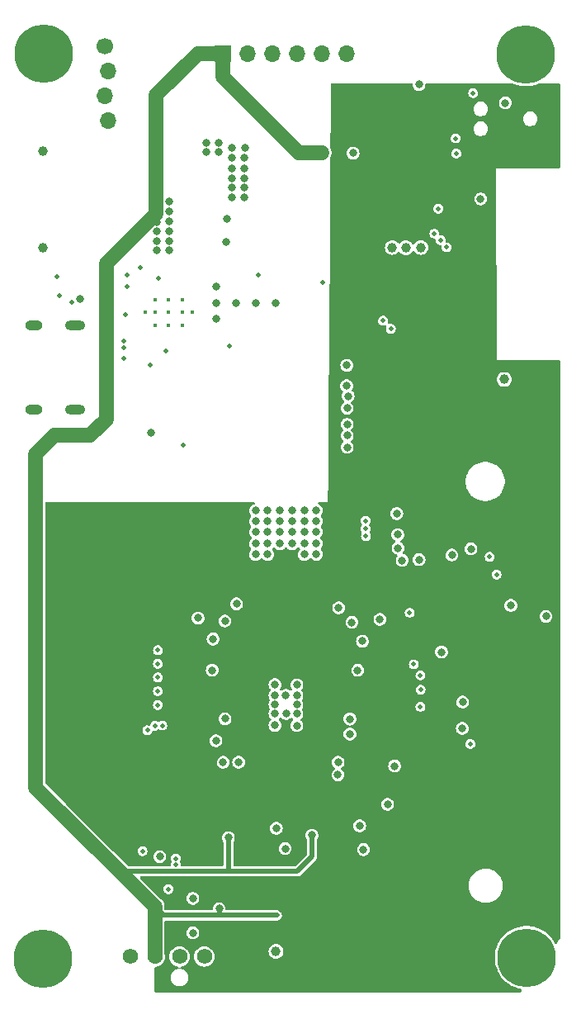
<source format=gbr>
%TF.GenerationSoftware,KiCad,Pcbnew,8.0.7*%
%TF.CreationDate,2025-01-16T15:43:03+03:00*%
%TF.ProjectId,bitshoka,62697473-686f-46b6-912e-6b696361645f,rev?*%
%TF.SameCoordinates,Original*%
%TF.FileFunction,Copper,L3,Inr*%
%TF.FilePolarity,Positive*%
%FSLAX46Y46*%
G04 Gerber Fmt 4.6, Leading zero omitted, Abs format (unit mm)*
G04 Created by KiCad (PCBNEW 8.0.7) date 2025-01-16 15:43:03*
%MOMM*%
%LPD*%
G01*
G04 APERTURE LIST*
%TA.AperFunction,ComponentPad*%
%ADD10C,0.800000*%
%TD*%
%TA.AperFunction,ComponentPad*%
%ADD11C,6.000000*%
%TD*%
%TA.AperFunction,ComponentPad*%
%ADD12R,1.700000X1.700000*%
%TD*%
%TA.AperFunction,ComponentPad*%
%ADD13O,1.700000X1.700000*%
%TD*%
%TA.AperFunction,ComponentPad*%
%ADD14C,0.400000*%
%TD*%
%TA.AperFunction,ComponentPad*%
%ADD15C,1.574800*%
%TD*%
%TA.AperFunction,ComponentPad*%
%ADD16C,1.700000*%
%TD*%
%TA.AperFunction,ComponentPad*%
%ADD17O,1.800000X1.000000*%
%TD*%
%TA.AperFunction,ComponentPad*%
%ADD18O,2.100000X1.000000*%
%TD*%
%TA.AperFunction,ViaPad*%
%ADD19C,0.800000*%
%TD*%
%TA.AperFunction,ViaPad*%
%ADD20C,1.000000*%
%TD*%
%TA.AperFunction,ViaPad*%
%ADD21C,0.500000*%
%TD*%
%TA.AperFunction,ViaPad*%
%ADD22C,1.200000*%
%TD*%
%TA.AperFunction,Conductor*%
%ADD23C,1.500000*%
%TD*%
%TA.AperFunction,Conductor*%
%ADD24C,0.508000*%
%TD*%
G04 APERTURE END LIST*
D10*
%TO.N,GND*%
%TO.C,H1*%
X127985010Y-51120990D03*
X128644020Y-49530000D03*
X128644020Y-52711980D03*
X130235010Y-48870990D03*
D11*
X130235010Y-51120990D03*
D10*
X130235010Y-53370990D03*
X131826000Y-49530000D03*
X131826000Y-52711980D03*
X132485010Y-51120990D03*
%TD*%
%TO.N,GND*%
%TO.C,H3*%
X128052000Y-143728000D03*
X128711010Y-142137010D03*
X128711010Y-145318990D03*
X130302000Y-141478000D03*
D11*
X130302000Y-143728000D03*
D10*
X130302000Y-145978000D03*
X131892990Y-142137010D03*
X131892990Y-145318990D03*
X132552000Y-143728000D03*
%TD*%
D12*
%TO.N,/5V*%
%TO.C,J4*%
X99171505Y-51054000D03*
D13*
%TO.N,GND*%
X101711505Y-51054000D03*
%TO.N,Net-(J4-Pin_3)*%
X104251505Y-51054000D03*
%TO.N,Net-(J4-Pin_4)*%
X106791505Y-51054000D03*
%TO.N,Net-(J4-Pin_5)*%
X109331505Y-51054000D03*
%TO.N,Net-(J4-Pin_6)*%
X111871505Y-51054000D03*
%TD*%
D10*
%TO.N,GND*%
%TO.C,H4*%
X78455010Y-143830990D03*
X79114020Y-142240000D03*
X79114020Y-145421980D03*
X80705010Y-141580990D03*
D11*
X80705010Y-143830990D03*
D10*
X80705010Y-146080990D03*
X82296000Y-142240000D03*
X82296000Y-145421980D03*
X82955010Y-143830990D03*
%TD*%
%TO.N,GND*%
%TO.C,H2*%
X78558000Y-51054000D03*
X79217010Y-49463010D03*
X79217010Y-52644990D03*
X80808000Y-48804000D03*
D11*
X80808000Y-51054000D03*
D10*
X80808000Y-53304000D03*
X82398990Y-49463010D03*
X82398990Y-52644990D03*
X83058000Y-51054000D03*
%TD*%
D14*
%TO.N,GND*%
%TO.C,U2*%
X92180000Y-78870000D03*
X93580000Y-78870000D03*
X94980000Y-78870000D03*
X91180000Y-77590000D03*
X92180000Y-77590000D03*
X93580000Y-77590000D03*
X94980000Y-77590000D03*
X95980000Y-77590000D03*
X92180000Y-76310000D03*
X93580000Y-76310000D03*
X94980000Y-76310000D03*
%TD*%
D15*
%TO.N,GND*%
%TO.C,J6*%
X89621000Y-143622000D03*
%TO.N,/5V*%
X92161000Y-143622000D03*
%TO.N,/Fan/FAN_TACH*%
X94701000Y-143622000D03*
%TO.N,/Fan/FAN_PWM*%
X97241000Y-143622000D03*
%TD*%
D16*
%TO.N,GND*%
%TO.C,J3*%
X87005000Y-50292000D03*
D13*
%TO.N,/3V3*%
X87405000Y-52832000D03*
%TO.N,/SCL*%
X87005000Y-55372000D03*
%TO.N,/SDA*%
X87405000Y-57912000D03*
%TD*%
D17*
%TO.N,GND*%
%TO.C,J5*%
X79790000Y-87580000D03*
D18*
X83970000Y-87580000D03*
D17*
X79790000Y-78940000D03*
D18*
X83970000Y-78940000D03*
%TD*%
D19*
%TO.N,GND*%
X105610000Y-116830000D03*
X112180000Y-119260000D03*
X113580000Y-132650000D03*
X98050000Y-114260000D03*
X104490000Y-118700000D03*
X100050000Y-61700000D03*
X112180000Y-120800000D03*
X101350000Y-62800000D03*
X106740000Y-119930000D03*
X97450000Y-60200000D03*
X111900000Y-87400000D03*
X106740000Y-118720000D03*
X104640000Y-130470000D03*
X105540000Y-132550000D03*
X100050000Y-65750000D03*
D20*
X116540000Y-70920000D03*
D19*
X125600000Y-65940000D03*
X116770000Y-124080000D03*
X106740000Y-117780000D03*
D21*
X95080000Y-91220000D03*
D19*
X104490000Y-117760000D03*
X105630000Y-118700000D03*
X115260000Y-109040000D03*
X123750000Y-117530000D03*
X111900000Y-89050000D03*
X101400000Y-60700000D03*
X100050000Y-63800000D03*
X100100000Y-60700000D03*
X106740000Y-116860000D03*
X98450000Y-78230000D03*
X96070000Y-137650000D03*
X116050000Y-128010000D03*
X104490000Y-119910000D03*
X119270000Y-54220000D03*
X128130000Y-56090000D03*
X112980000Y-114270000D03*
D20*
X80680000Y-61050000D03*
X104600000Y-143100000D03*
D19*
X99550000Y-67970000D03*
X101350000Y-63800000D03*
X91790000Y-89910000D03*
X112000000Y-86150000D03*
X117090000Y-100360000D03*
X121580000Y-112400000D03*
X101350000Y-61700000D03*
X111860000Y-83000000D03*
X111850000Y-85100000D03*
X98750000Y-61100000D03*
X122640000Y-102460000D03*
X96070000Y-141200000D03*
X113180000Y-130220000D03*
D20*
X117910000Y-70950000D03*
D19*
X119280000Y-102930000D03*
X99370000Y-119240000D03*
X111900000Y-90200000D03*
X97450000Y-61100000D03*
X123710000Y-120230000D03*
X111900000Y-91400000D03*
X100050000Y-64750000D03*
X96600000Y-108920000D03*
X104490000Y-115746000D03*
X100490000Y-76620000D03*
X100050000Y-62800000D03*
X98460000Y-76630000D03*
X99490000Y-70390000D03*
X98440000Y-121490000D03*
X92680000Y-133370000D03*
X128690000Y-107620000D03*
X112512000Y-61250000D03*
X104490000Y-116840000D03*
X104560000Y-76600000D03*
D20*
X119454234Y-70914234D03*
X128020000Y-84450000D03*
D19*
X101350000Y-64750000D03*
X106740000Y-115766000D03*
X116990000Y-98200000D03*
X98750000Y-60200000D03*
X102570000Y-76600000D03*
X101350000Y-65750000D03*
X132297000Y-108743000D03*
X117550000Y-103000000D03*
X98460000Y-74920000D03*
%TO.N,/VDD*%
X102500000Y-101300000D03*
X103750000Y-100100000D03*
D21*
X120850000Y-69510000D03*
D19*
X105000000Y-99000000D03*
X106250000Y-99000000D03*
X102500000Y-97900000D03*
X107500000Y-101300000D03*
X84500000Y-76160000D03*
X107500000Y-97900000D03*
X108750000Y-97880000D03*
X102500000Y-99000000D03*
X106250000Y-100100000D03*
X103750000Y-99000000D03*
X108750000Y-101280000D03*
X107500000Y-99000000D03*
X108750000Y-102380000D03*
X103750000Y-101300000D03*
X103750000Y-97900000D03*
X102500000Y-100100000D03*
X106250000Y-97900000D03*
D21*
X99780000Y-81020000D03*
D19*
X107500000Y-100100000D03*
X106250000Y-101300000D03*
X108750000Y-98980000D03*
X105000000Y-97900000D03*
X105000000Y-101300000D03*
X108750000Y-100080000D03*
X102500000Y-102400000D03*
X107500000Y-102400000D03*
X103750000Y-102400000D03*
X105000000Y-100100000D03*
D21*
%TO.N,/ESP32/EN*%
X122101300Y-70905000D03*
X127228000Y-104448000D03*
D19*
%TO.N,/5V*%
X93620000Y-68280000D03*
X92350000Y-66250000D03*
X93600000Y-69250000D03*
X93600000Y-71200000D03*
X92350000Y-68300000D03*
D22*
X109280000Y-61185155D03*
D19*
X108290000Y-131179000D03*
X93600000Y-67250000D03*
X92350000Y-70250000D03*
X99710000Y-131420000D03*
D20*
X80680000Y-70950000D03*
D19*
X93620000Y-70230000D03*
X92330000Y-71220000D03*
X92330000Y-69270000D03*
X98770000Y-138720000D03*
X93620000Y-66230000D03*
X92330000Y-67270000D03*
D21*
X104700000Y-139400000D03*
D19*
%TO.N,/3V3*%
X129830000Y-56090000D03*
D20*
X126000000Y-84500000D03*
D19*
X123394000Y-86260000D03*
X112160000Y-74520000D03*
X95550000Y-135970000D03*
D22*
X111440000Y-55180000D03*
D19*
X122930000Y-99700000D03*
X118711400Y-59800000D03*
X127250000Y-107630000D03*
D20*
X115370000Y-61560000D03*
D19*
X95560000Y-126330000D03*
D21*
%TO.N,/TX*%
X116380000Y-79250000D03*
%TO.N,/RX*%
X115580000Y-78420000D03*
%TO.N,/RST*%
X121476817Y-70170000D03*
%TO.N,/SCL*%
X94317599Y-134229617D03*
X88970000Y-81220000D03*
%TO.N,/Fan/FAN_PWM*%
X90900000Y-132800000D03*
%TO.N,Net-(U2-BP1V5)*%
X91690000Y-82980000D03*
X83660000Y-76570000D03*
%TO.N,/ESP32/P_TX*%
X123105000Y-61285000D03*
%TO.N,/ESP32/P_RX*%
X123040000Y-59730000D03*
%TO.N,/ESP32/IO0*%
X121244400Y-66945600D03*
X124830000Y-55100000D03*
X126520000Y-102640000D03*
%TO.N,Net-(U2-VDD5)*%
X92570000Y-74110000D03*
X102820000Y-73740000D03*
%TO.N,/Power/PGOOD*%
X89020000Y-82280000D03*
X109410000Y-74490000D03*
%TO.N,/SDA*%
X82130000Y-73910000D03*
X94340000Y-133580000D03*
X88990000Y-80510000D03*
X82390000Y-75900000D03*
D19*
%TO.N,Net-(U8-VDDIO_12_1)*%
X100770000Y-123700000D03*
%TO.N,Net-(U8-VDDIO_08_1)*%
X99180000Y-123710000D03*
D21*
%TO.N,Net-(U8-ROSC_SEL)*%
X119430000Y-116250000D03*
%TO.N,Net-(U8-LITE_PAD)*%
X119420000Y-118020000D03*
%TO.N,Net-(U8-INV_CLKO)*%
X124540000Y-121820000D03*
%TO.N,/Fan/TEMP_N*%
X92180000Y-119960000D03*
%TO.N,/Fan/TEMP_P*%
X92940000Y-119930000D03*
%TO.N,/Power/AGND*%
X89340000Y-73770000D03*
X89170000Y-77830000D03*
X90680000Y-72940000D03*
X89340000Y-74960000D03*
%TO.N,/Power/PMB_ALRT*%
X93330000Y-81550000D03*
D19*
%TO.N,/BM1370/VDD3_0*%
X113470000Y-111290000D03*
%TO.N,/BM1370/1V2*%
X110950000Y-124990000D03*
X124600000Y-101830000D03*
X117120000Y-101750000D03*
%TO.N,/BM1370/0V8*%
X110970000Y-123700000D03*
%TO.N,/BM1370/VDD2_0*%
X112390000Y-109350000D03*
%TO.N,/BM1370/VDD1_0*%
X111030000Y-107870000D03*
%TO.N,/BM1370/VDD1_1*%
X100553800Y-107457400D03*
%TO.N,/BM1370/VDD2_1*%
X99360000Y-109210000D03*
%TO.N,/BM1370/VDD3_1*%
X98140000Y-111060000D03*
D21*
%TO.N,/BM1370/BI*%
X119420000Y-114790000D03*
%TO.N,/BM1370/RST_N*%
X113800000Y-98950000D03*
%TO.N,/BM1370/CI*%
X113770000Y-99770000D03*
%TO.N,/BM1370/RO*%
X113830000Y-100500000D03*
X118320000Y-108370000D03*
%TO.N,/BM1370/CLKI*%
X118740000Y-113660000D03*
%TO.N,/BM1370/NRSTO*%
X92480000Y-112210000D03*
%TO.N,/BM1370/CO*%
X92480000Y-113611428D03*
%TO.N,/BM1370/RI*%
X92480000Y-115012856D03*
%TO.N,/BM1370/CLKO*%
X92480000Y-116414284D03*
%TO.N,/BM1370/BO*%
X92480000Y-117815712D03*
%TO.N,/BM1370/PIN_MODE*%
X91400000Y-120430000D03*
%TO.N,/Fan/FAN_TACH*%
X93570000Y-136700000D03*
%TD*%
D23*
%TO.N,/5V*%
X92322400Y-63814606D02*
X92322400Y-67442400D01*
D24*
X104700000Y-139400000D02*
X98800000Y-139400000D01*
D23*
X92207000Y-143576000D02*
X92161000Y-143622000D01*
X79950000Y-92140000D02*
X81900000Y-90190000D01*
D24*
X98800000Y-139400000D02*
X93060000Y-139400000D01*
D23*
X92161000Y-143622000D02*
X92161000Y-138501000D01*
D24*
X98800000Y-138750000D02*
X98770000Y-138720000D01*
D23*
X87190000Y-72574800D02*
X92322400Y-67442400D01*
D24*
X93060000Y-139400000D02*
X92161000Y-138501000D01*
D23*
X88465000Y-134805000D02*
X79950000Y-126290000D01*
X79950000Y-126290000D02*
X79950000Y-92140000D01*
X81900000Y-90190000D02*
X85540000Y-90190000D01*
D24*
X108290000Y-133378216D02*
X108290000Y-131179000D01*
D23*
X92322400Y-55317600D02*
X96586000Y-51054000D01*
D24*
X106784599Y-134883617D02*
X108290000Y-133378216D01*
D23*
X106895155Y-61185155D02*
X99171505Y-53461505D01*
X85540000Y-90190000D02*
X87190000Y-88540000D01*
X109280000Y-61185155D02*
X106895155Y-61185155D01*
D24*
X88543617Y-134883617D02*
X106784599Y-134883617D01*
X88465000Y-134805000D02*
X88543617Y-134883617D01*
D23*
X92322400Y-58570000D02*
X92322400Y-55317600D01*
X99171505Y-53461505D02*
X99171505Y-51054000D01*
X92322400Y-63814606D02*
X92322400Y-58570000D01*
X92161000Y-138501000D02*
X88465000Y-134805000D01*
D24*
X98800000Y-139400000D02*
X98800000Y-138750000D01*
D23*
X96586000Y-51054000D02*
X99171505Y-51054000D01*
D24*
X99710000Y-131420000D02*
X99710000Y-134883617D01*
D23*
X87190000Y-88540000D02*
X87190000Y-72574800D01*
%TD*%
%TA.AperFunction,Conductor*%
%TO.N,/3V3*%
G36*
X118556260Y-54078002D02*
G01*
X118602753Y-54131658D01*
X118613220Y-54199189D01*
X118610693Y-54219998D01*
X118610693Y-54220003D01*
X118629849Y-54377779D01*
X118671202Y-54486814D01*
X118686213Y-54526395D01*
X118776502Y-54657201D01*
X118895471Y-54762599D01*
X118895472Y-54762599D01*
X118895474Y-54762601D01*
X118943992Y-54788065D01*
X119036207Y-54836463D01*
X119190529Y-54874500D01*
X119190530Y-54874500D01*
X119349470Y-54874500D01*
X119349471Y-54874500D01*
X119503793Y-54836463D01*
X119644529Y-54762599D01*
X119763498Y-54657201D01*
X119853787Y-54526395D01*
X119910149Y-54377782D01*
X119910149Y-54377781D01*
X119910150Y-54377779D01*
X119929307Y-54220003D01*
X119929307Y-54219998D01*
X119926780Y-54199189D01*
X119938424Y-54129154D01*
X119986084Y-54076532D01*
X120051861Y-54058000D01*
X128804664Y-54058000D01*
X128857570Y-54069646D01*
X129028614Y-54148780D01*
X129028626Y-54148785D01*
X129363060Y-54261469D01*
X129707717Y-54337334D01*
X130058556Y-54375490D01*
X130058564Y-54375490D01*
X130411456Y-54375490D01*
X130411464Y-54375490D01*
X130762303Y-54337334D01*
X131106960Y-54261469D01*
X131441394Y-54148785D01*
X131478414Y-54131658D01*
X131612450Y-54069646D01*
X131665356Y-54058000D01*
X133606000Y-54058000D01*
X133674121Y-54078002D01*
X133720614Y-54131658D01*
X133732000Y-54184000D01*
X133732000Y-62672096D01*
X133711998Y-62740217D01*
X133658342Y-62786710D01*
X133606621Y-62798094D01*
X127129999Y-62829999D01*
X127239999Y-82460000D01*
X127240000Y-82460000D01*
X133605387Y-82428835D01*
X133673601Y-82448502D01*
X133720356Y-82501929D01*
X133732000Y-82554832D01*
X133732000Y-141759470D01*
X133711998Y-141827591D01*
X133707193Y-141834543D01*
X133403080Y-142244469D01*
X133346429Y-142287260D01*
X133275636Y-142292631D01*
X133213177Y-142258875D01*
X133190564Y-142228415D01*
X133094739Y-142047670D01*
X133094737Y-142047666D01*
X132950236Y-141834543D01*
X132896690Y-141755568D01*
X132668223Y-141486595D01*
X132668222Y-141486594D01*
X132412027Y-141243912D01*
X132412012Y-141243899D01*
X132131070Y-141030333D01*
X132131064Y-141030329D01*
X131828674Y-140848387D01*
X131828668Y-140848384D01*
X131508395Y-140700209D01*
X131508383Y-140700204D01*
X131173959Y-140587524D01*
X131173958Y-140587523D01*
X131173950Y-140587521D01*
X131123836Y-140576490D01*
X130829305Y-140511658D01*
X130829281Y-140511654D01*
X130478461Y-140473500D01*
X130478454Y-140473500D01*
X130125546Y-140473500D01*
X130125538Y-140473500D01*
X129774718Y-140511654D01*
X129774694Y-140511658D01*
X129430054Y-140587520D01*
X129430040Y-140587524D01*
X129095616Y-140700204D01*
X129095604Y-140700209D01*
X128775331Y-140848384D01*
X128775324Y-140848388D01*
X128472935Y-141030329D01*
X128472929Y-141030333D01*
X128191987Y-141243899D01*
X128191972Y-141243912D01*
X127935777Y-141486594D01*
X127707308Y-141755570D01*
X127509262Y-142047666D01*
X127509260Y-142047670D01*
X127343957Y-142359466D01*
X127343953Y-142359475D01*
X127213332Y-142687308D01*
X127118918Y-143027355D01*
X127061826Y-143375609D01*
X127042720Y-143727996D01*
X127042720Y-143728003D01*
X127061826Y-144080390D01*
X127118918Y-144428644D01*
X127213332Y-144768691D01*
X127299926Y-144986026D01*
X127343958Y-145096536D01*
X127398560Y-145199526D01*
X127509260Y-145408329D01*
X127509262Y-145408333D01*
X127584978Y-145520006D01*
X127707310Y-145700432D01*
X127935777Y-145969405D01*
X128191972Y-146212087D01*
X128191987Y-146212100D01*
X128472934Y-146425670D01*
X128775326Y-146607613D01*
X128857609Y-146645681D01*
X129095604Y-146755790D01*
X129095616Y-146755795D01*
X129430050Y-146868479D01*
X129684817Y-146924557D01*
X129706434Y-146929316D01*
X129768662Y-146963494D01*
X129802533Y-147025890D01*
X129797294Y-147096693D01*
X129780541Y-147127441D01*
X129702175Y-147233073D01*
X129645527Y-147275864D01*
X129600984Y-147284000D01*
X92284774Y-147284000D01*
X92216653Y-147263998D01*
X92170160Y-147210342D01*
X92158775Y-147158415D01*
X92158654Y-147121776D01*
X92150949Y-144784541D01*
X92170725Y-144716359D01*
X92224227Y-144669690D01*
X92264596Y-144658737D01*
X92325226Y-144652765D01*
X92365240Y-144648825D01*
X92365241Y-144648824D01*
X92365248Y-144648824D01*
X92561647Y-144589247D01*
X92742649Y-144492500D01*
X92901299Y-144362299D01*
X93031500Y-144203649D01*
X93128247Y-144022647D01*
X93187824Y-143826248D01*
X93193518Y-143768426D01*
X93195325Y-143756247D01*
X93211500Y-143674935D01*
X93211500Y-143621997D01*
X93654059Y-143621997D01*
X93654059Y-143622002D01*
X93674174Y-143826241D01*
X93674175Y-143826247D01*
X93674176Y-143826248D01*
X93733753Y-144022647D01*
X93830500Y-144203649D01*
X93960701Y-144362299D01*
X94119351Y-144492500D01*
X94300353Y-144589247D01*
X94496752Y-144648824D01*
X94496756Y-144648824D01*
X94496758Y-144648825D01*
X94518950Y-144651011D01*
X94584782Y-144677593D01*
X94625792Y-144735548D01*
X94628959Y-144806474D01*
X94593278Y-144867853D01*
X94531182Y-144899983D01*
X94439004Y-144918318D01*
X94438999Y-144918320D01*
X94275543Y-144986026D01*
X94128431Y-145084323D01*
X94128425Y-145084328D01*
X94003327Y-145209426D01*
X94003322Y-145209432D01*
X93905025Y-145356544D01*
X93837319Y-145520000D01*
X93837317Y-145520005D01*
X93802800Y-145693533D01*
X93802800Y-145693536D01*
X93802800Y-145870466D01*
X93837317Y-146043996D01*
X93905025Y-146207458D01*
X93908127Y-146212100D01*
X94003322Y-146354569D01*
X94003327Y-146354575D01*
X94128425Y-146479673D01*
X94128431Y-146479678D01*
X94275543Y-146577976D01*
X94439005Y-146645684D01*
X94612535Y-146680201D01*
X94612536Y-146680201D01*
X94789464Y-146680201D01*
X94789465Y-146680201D01*
X94962995Y-146645684D01*
X95126457Y-146577976D01*
X95273569Y-146479678D01*
X95398677Y-146354570D01*
X95496975Y-146207458D01*
X95564683Y-146043996D01*
X95599200Y-145870466D01*
X95599200Y-145693536D01*
X95564683Y-145520006D01*
X95496975Y-145356544D01*
X95398677Y-145209432D01*
X95398672Y-145209426D01*
X95273574Y-145084328D01*
X95273568Y-145084323D01*
X95224754Y-145051706D01*
X95126457Y-144986026D01*
X94962995Y-144918318D01*
X94870816Y-144899982D01*
X94807908Y-144867075D01*
X94772776Y-144805380D01*
X94776576Y-144734485D01*
X94818102Y-144676899D01*
X94883049Y-144651011D01*
X94905241Y-144648825D01*
X94905242Y-144648824D01*
X94905248Y-144648824D01*
X95101647Y-144589247D01*
X95282649Y-144492500D01*
X95441299Y-144362299D01*
X95571500Y-144203649D01*
X95668247Y-144022647D01*
X95727824Y-143826248D01*
X95731978Y-143784080D01*
X95747941Y-143622002D01*
X95747941Y-143621997D01*
X96194059Y-143621997D01*
X96194059Y-143622002D01*
X96214174Y-143826241D01*
X96214175Y-143826247D01*
X96214176Y-143826248D01*
X96273753Y-144022647D01*
X96370500Y-144203649D01*
X96500701Y-144362299D01*
X96659351Y-144492500D01*
X96840353Y-144589247D01*
X97036752Y-144648824D01*
X97036756Y-144648824D01*
X97036758Y-144648825D01*
X97240997Y-144668941D01*
X97241000Y-144668941D01*
X97241003Y-144668941D01*
X97445241Y-144648825D01*
X97445242Y-144648824D01*
X97445248Y-144648824D01*
X97641647Y-144589247D01*
X97822649Y-144492500D01*
X97981299Y-144362299D01*
X98111500Y-144203649D01*
X98208247Y-144022647D01*
X98267824Y-143826248D01*
X98271978Y-143784080D01*
X98287941Y-143622002D01*
X98287941Y-143621997D01*
X98267825Y-143417758D01*
X98267824Y-143417756D01*
X98267824Y-143417752D01*
X98208247Y-143221353D01*
X98143383Y-143100000D01*
X103840726Y-143100000D01*
X103859763Y-143268954D01*
X103864677Y-143282997D01*
X103915918Y-143429437D01*
X103915919Y-143429439D01*
X104006375Y-143573399D01*
X104006377Y-143573402D01*
X104126597Y-143693622D01*
X104126600Y-143693624D01*
X104270563Y-143784082D01*
X104431046Y-143840237D01*
X104600000Y-143859274D01*
X104768954Y-143840237D01*
X104929437Y-143784082D01*
X105073400Y-143693624D01*
X105193624Y-143573400D01*
X105284082Y-143429437D01*
X105340237Y-143268954D01*
X105359274Y-143100000D01*
X105340237Y-142931046D01*
X105284082Y-142770563D01*
X105193624Y-142626600D01*
X105193622Y-142626597D01*
X105073402Y-142506377D01*
X105073399Y-142506375D01*
X104929439Y-142415919D01*
X104929437Y-142415918D01*
X104768954Y-142359763D01*
X104600000Y-142340726D01*
X104431046Y-142359763D01*
X104431043Y-142359763D01*
X104431043Y-142359764D01*
X104270562Y-142415918D01*
X104270560Y-142415919D01*
X104126600Y-142506375D01*
X104126597Y-142506377D01*
X104006377Y-142626597D01*
X104006375Y-142626600D01*
X103915919Y-142770560D01*
X103915918Y-142770562D01*
X103915918Y-142770563D01*
X103859763Y-142931046D01*
X103840726Y-143100000D01*
X98143383Y-143100000D01*
X98111500Y-143040351D01*
X97981299Y-142881701D01*
X97822649Y-142751500D01*
X97641647Y-142654753D01*
X97445248Y-142595176D01*
X97445247Y-142595175D01*
X97445241Y-142595174D01*
X97241003Y-142575059D01*
X97240997Y-142575059D01*
X97036758Y-142595174D01*
X96840352Y-142654753D01*
X96659350Y-142751500D01*
X96500701Y-142881701D01*
X96370500Y-143040350D01*
X96273753Y-143221352D01*
X96214174Y-143417758D01*
X96194059Y-143621997D01*
X95747941Y-143621997D01*
X95727825Y-143417758D01*
X95727824Y-143417756D01*
X95727824Y-143417752D01*
X95668247Y-143221353D01*
X95571500Y-143040351D01*
X95441299Y-142881701D01*
X95282649Y-142751500D01*
X95101647Y-142654753D01*
X94905248Y-142595176D01*
X94905247Y-142595175D01*
X94905241Y-142595174D01*
X94701003Y-142575059D01*
X94700997Y-142575059D01*
X94496758Y-142595174D01*
X94300352Y-142654753D01*
X94119350Y-142751500D01*
X93960701Y-142881701D01*
X93830500Y-143040350D01*
X93733753Y-143221352D01*
X93674174Y-143417758D01*
X93654059Y-143621997D01*
X93211500Y-143621997D01*
X93211500Y-143477065D01*
X93172897Y-143282998D01*
X93172894Y-143282991D01*
X93171099Y-143277071D01*
X93172751Y-143276569D01*
X93165500Y-143240076D01*
X93165500Y-141199996D01*
X95410693Y-141199996D01*
X95410693Y-141200003D01*
X95429849Y-141357779D01*
X95478447Y-141485919D01*
X95486213Y-141506395D01*
X95576502Y-141637201D01*
X95695471Y-141742599D01*
X95695472Y-141742599D01*
X95695474Y-141742601D01*
X95720181Y-141755568D01*
X95836207Y-141816463D01*
X95990529Y-141854500D01*
X95990530Y-141854500D01*
X96149470Y-141854500D01*
X96149471Y-141854500D01*
X96303793Y-141816463D01*
X96444529Y-141742599D01*
X96563498Y-141637201D01*
X96653787Y-141506395D01*
X96710149Y-141357782D01*
X96710149Y-141357781D01*
X96710150Y-141357779D01*
X96729307Y-141200003D01*
X96729307Y-141199996D01*
X96710150Y-141042220D01*
X96675697Y-140951377D01*
X96653787Y-140893605D01*
X96563498Y-140762799D01*
X96444529Y-140657401D01*
X96444528Y-140657400D01*
X96444525Y-140657398D01*
X96303797Y-140583539D01*
X96303795Y-140583538D01*
X96303793Y-140583537D01*
X96303791Y-140583536D01*
X96303790Y-140583536D01*
X96149472Y-140545500D01*
X96149471Y-140545500D01*
X95990529Y-140545500D01*
X95990527Y-140545500D01*
X95836209Y-140583536D01*
X95836202Y-140583539D01*
X95695474Y-140657398D01*
X95695469Y-140657402D01*
X95576501Y-140762800D01*
X95486215Y-140893601D01*
X95486212Y-140893607D01*
X95429849Y-141042220D01*
X95410693Y-141199996D01*
X93165500Y-141199996D01*
X93165500Y-140034500D01*
X93185502Y-139966379D01*
X93239158Y-139919886D01*
X93291500Y-139908500D01*
X104766943Y-139908500D01*
X104766945Y-139908500D01*
X104896274Y-139873847D01*
X105012226Y-139806901D01*
X105106901Y-139712226D01*
X105120648Y-139688414D01*
X105124251Y-139683369D01*
X105123901Y-139683144D01*
X105128770Y-139675565D01*
X105128777Y-139675558D01*
X105128949Y-139675180D01*
X105134444Y-139664518D01*
X105173847Y-139596274D01*
X105183705Y-139559480D01*
X105187375Y-139549274D01*
X105189040Y-139543603D01*
X105189040Y-139543599D01*
X105189042Y-139543596D01*
X105189223Y-139542329D01*
X105192229Y-139527664D01*
X105208500Y-139466945D01*
X105208500Y-139417273D01*
X105209688Y-139400664D01*
X105209688Y-139399336D01*
X105208500Y-139382724D01*
X105208500Y-139333055D01*
X105192235Y-139272353D01*
X105189223Y-139257662D01*
X105189170Y-139257296D01*
X105189042Y-139256404D01*
X105189041Y-139256401D01*
X105187379Y-139250738D01*
X105183705Y-139240519D01*
X105173847Y-139203726D01*
X105134447Y-139135484D01*
X105128946Y-139124813D01*
X105128776Y-139124440D01*
X105123906Y-139116862D01*
X105124251Y-139116639D01*
X105120652Y-139111592D01*
X105106901Y-139087774D01*
X105106897Y-139087770D01*
X105106894Y-139087766D01*
X105012227Y-138993099D01*
X105012224Y-138993097D01*
X104896278Y-138926155D01*
X104896276Y-138926154D01*
X104896274Y-138926153D01*
X104766945Y-138891500D01*
X104766943Y-138891500D01*
X99550708Y-138891500D01*
X99482587Y-138871498D01*
X99436094Y-138817842D01*
X99425627Y-138750313D01*
X99429307Y-138720004D01*
X99429307Y-138719996D01*
X99410150Y-138562220D01*
X99396538Y-138526331D01*
X99353787Y-138413605D01*
X99263498Y-138282799D01*
X99144529Y-138177401D01*
X99144528Y-138177400D01*
X99144525Y-138177398D01*
X99003797Y-138103539D01*
X99003795Y-138103538D01*
X99003793Y-138103537D01*
X99003791Y-138103536D01*
X99003790Y-138103536D01*
X98849472Y-138065500D01*
X98849471Y-138065500D01*
X98690529Y-138065500D01*
X98690527Y-138065500D01*
X98536209Y-138103536D01*
X98536202Y-138103539D01*
X98395474Y-138177398D01*
X98395469Y-138177402D01*
X98276501Y-138282800D01*
X98186215Y-138413601D01*
X98186212Y-138413607D01*
X98129849Y-138562220D01*
X98110693Y-138719996D01*
X98110693Y-138720004D01*
X98114373Y-138750313D01*
X98102728Y-138820348D01*
X98055067Y-138872969D01*
X97989292Y-138891500D01*
X93322818Y-138891500D01*
X93254697Y-138871498D01*
X93233723Y-138854595D01*
X93202405Y-138823277D01*
X93168379Y-138760965D01*
X93165500Y-138734182D01*
X93165500Y-138402064D01*
X93165499Y-138402061D01*
X93150423Y-138326270D01*
X93126897Y-138207998D01*
X93051176Y-138025191D01*
X92941246Y-137860669D01*
X92801331Y-137720754D01*
X92730573Y-137649996D01*
X95410693Y-137649996D01*
X95410693Y-137650003D01*
X95429849Y-137807779D01*
X95473678Y-137923344D01*
X95486213Y-137956395D01*
X95576502Y-138087201D01*
X95695471Y-138192599D01*
X95695472Y-138192599D01*
X95695474Y-138192601D01*
X95724809Y-138207997D01*
X95836207Y-138266463D01*
X95990529Y-138304500D01*
X95990530Y-138304500D01*
X96149470Y-138304500D01*
X96149471Y-138304500D01*
X96303793Y-138266463D01*
X96444529Y-138192599D01*
X96563498Y-138087201D01*
X96653787Y-137956395D01*
X96710149Y-137807782D01*
X96710149Y-137807781D01*
X96710150Y-137807779D01*
X96729307Y-137650003D01*
X96729307Y-137649996D01*
X96710150Y-137492220D01*
X96696538Y-137456331D01*
X96653787Y-137343605D01*
X96563498Y-137212799D01*
X96444529Y-137107401D01*
X96444528Y-137107400D01*
X96444525Y-137107398D01*
X96303797Y-137033539D01*
X96303795Y-137033538D01*
X96303793Y-137033537D01*
X96303791Y-137033536D01*
X96303790Y-137033536D01*
X96149472Y-136995500D01*
X96149471Y-136995500D01*
X95990529Y-136995500D01*
X95990527Y-136995500D01*
X95836209Y-137033536D01*
X95836202Y-137033539D01*
X95695474Y-137107398D01*
X95695469Y-137107402D01*
X95576501Y-137212800D01*
X95486215Y-137343601D01*
X95486212Y-137343607D01*
X95429849Y-137492220D01*
X95410693Y-137649996D01*
X92730573Y-137649996D01*
X91780577Y-136700000D01*
X93060312Y-136700000D01*
X93080958Y-136843596D01*
X93141223Y-136975558D01*
X93236225Y-137085196D01*
X93358268Y-137163629D01*
X93497464Y-137204500D01*
X93642536Y-137204500D01*
X93781732Y-137163629D01*
X93903775Y-137085196D01*
X93998777Y-136975558D01*
X94059042Y-136843596D01*
X94079688Y-136700000D01*
X94059042Y-136556404D01*
X93998777Y-136424442D01*
X93903775Y-136314804D01*
X93903774Y-136314803D01*
X93842753Y-136275587D01*
X93781732Y-136236371D01*
X93781731Y-136236370D01*
X93781730Y-136236370D01*
X93777960Y-136235263D01*
X124379500Y-136235263D01*
X124379500Y-136464736D01*
X124409450Y-136692231D01*
X124409452Y-136692238D01*
X124468842Y-136913887D01*
X124556656Y-137125888D01*
X124556657Y-137125889D01*
X124556662Y-137125900D01*
X124671386Y-137324608D01*
X124671391Y-137324615D01*
X124811073Y-137506652D01*
X124811092Y-137506673D01*
X124973326Y-137668907D01*
X124973347Y-137668926D01*
X125155384Y-137808608D01*
X125155391Y-137808613D01*
X125354099Y-137923337D01*
X125354103Y-137923338D01*
X125354112Y-137923344D01*
X125566113Y-138011158D01*
X125787762Y-138070548D01*
X125787766Y-138070548D01*
X125787768Y-138070549D01*
X125846398Y-138078267D01*
X126015266Y-138100500D01*
X126015273Y-138100500D01*
X126244727Y-138100500D01*
X126244734Y-138100500D01*
X126450345Y-138073430D01*
X126472231Y-138070549D01*
X126472231Y-138070548D01*
X126472238Y-138070548D01*
X126693887Y-138011158D01*
X126905888Y-137923344D01*
X127104612Y-137808611D01*
X127286661Y-137668919D01*
X127448919Y-137506661D01*
X127588611Y-137324612D01*
X127703344Y-137125888D01*
X127791158Y-136913887D01*
X127850548Y-136692238D01*
X127880500Y-136464734D01*
X127880500Y-136235266D01*
X127850548Y-136007762D01*
X127791158Y-135786113D01*
X127703344Y-135574112D01*
X127703338Y-135574103D01*
X127703337Y-135574099D01*
X127588613Y-135375391D01*
X127588608Y-135375384D01*
X127448926Y-135193347D01*
X127448907Y-135193326D01*
X127286673Y-135031092D01*
X127286652Y-135031073D01*
X127104615Y-134891391D01*
X127104608Y-134891386D01*
X126905900Y-134776662D01*
X126905892Y-134776658D01*
X126905888Y-134776656D01*
X126693887Y-134688842D01*
X126472238Y-134629452D01*
X126472231Y-134629450D01*
X126244736Y-134599500D01*
X126244734Y-134599500D01*
X126015266Y-134599500D01*
X126015263Y-134599500D01*
X125787768Y-134629450D01*
X125566113Y-134688842D01*
X125354110Y-134776657D01*
X125354099Y-134776662D01*
X125155391Y-134891386D01*
X125155384Y-134891391D01*
X124973347Y-135031073D01*
X124973326Y-135031092D01*
X124811092Y-135193326D01*
X124811073Y-135193347D01*
X124671391Y-135375384D01*
X124671386Y-135375391D01*
X124556662Y-135574099D01*
X124556657Y-135574110D01*
X124556656Y-135574112D01*
X124498057Y-135715581D01*
X124468842Y-135786113D01*
X124409450Y-136007768D01*
X124379500Y-136235263D01*
X93777960Y-136235263D01*
X93642536Y-136195500D01*
X93497464Y-136195500D01*
X93358269Y-136236370D01*
X93358266Y-136236372D01*
X93236225Y-136314803D01*
X93141223Y-136424441D01*
X93141223Y-136424442D01*
X93080958Y-136556404D01*
X93060312Y-136700000D01*
X91780577Y-136700000D01*
X90687789Y-135607212D01*
X90653763Y-135544900D01*
X90658828Y-135474085D01*
X90701375Y-135417249D01*
X90767895Y-135392438D01*
X90776884Y-135392117D01*
X106851542Y-135392117D01*
X106851544Y-135392117D01*
X106980873Y-135357464D01*
X107096826Y-135290518D01*
X108696901Y-133690442D01*
X108738583Y-133618248D01*
X108763847Y-133574490D01*
X108798500Y-133445161D01*
X108798500Y-132649996D01*
X112920693Y-132649996D01*
X112920693Y-132650003D01*
X112939849Y-132807779D01*
X112988447Y-132935919D01*
X112996213Y-132956395D01*
X113086502Y-133087201D01*
X113205471Y-133192599D01*
X113205472Y-133192599D01*
X113205474Y-133192601D01*
X113280200Y-133231820D01*
X113346207Y-133266463D01*
X113500529Y-133304500D01*
X113500530Y-133304500D01*
X113659470Y-133304500D01*
X113659471Y-133304500D01*
X113813793Y-133266463D01*
X113954529Y-133192599D01*
X114073498Y-133087201D01*
X114163787Y-132956395D01*
X114220149Y-132807782D01*
X114220149Y-132807781D01*
X114220150Y-132807779D01*
X114239307Y-132650003D01*
X114239307Y-132649996D01*
X114220150Y-132492220D01*
X114182224Y-132392220D01*
X114163787Y-132343605D01*
X114073498Y-132212799D01*
X113954529Y-132107401D01*
X113954528Y-132107400D01*
X113954525Y-132107398D01*
X113813797Y-132033539D01*
X113813795Y-132033538D01*
X113813793Y-132033537D01*
X113813791Y-132033536D01*
X113813790Y-132033536D01*
X113659472Y-131995500D01*
X113659471Y-131995500D01*
X113500529Y-131995500D01*
X113500527Y-131995500D01*
X113346209Y-132033536D01*
X113346202Y-132033539D01*
X113205474Y-132107398D01*
X113205469Y-132107402D01*
X113086501Y-132212800D01*
X112996215Y-132343601D01*
X112996212Y-132343607D01*
X112939849Y-132492220D01*
X112920693Y-132649996D01*
X108798500Y-132649996D01*
X108798500Y-131633729D01*
X108818502Y-131565608D01*
X108820777Y-131562191D01*
X108873787Y-131485395D01*
X108930149Y-131336782D01*
X108930149Y-131336781D01*
X108930150Y-131336779D01*
X108949307Y-131179003D01*
X108949307Y-131178996D01*
X108930150Y-131021220D01*
X108915578Y-130982799D01*
X108873787Y-130872605D01*
X108783498Y-130741799D01*
X108664529Y-130636401D01*
X108664528Y-130636400D01*
X108664525Y-130636398D01*
X108523797Y-130562539D01*
X108523795Y-130562538D01*
X108523793Y-130562537D01*
X108523791Y-130562536D01*
X108523790Y-130562536D01*
X108369472Y-130524500D01*
X108369471Y-130524500D01*
X108210529Y-130524500D01*
X108210527Y-130524500D01*
X108056209Y-130562536D01*
X108056202Y-130562539D01*
X107915474Y-130636398D01*
X107915469Y-130636402D01*
X107796501Y-130741800D01*
X107706215Y-130872601D01*
X107706212Y-130872607D01*
X107649849Y-131021220D01*
X107630693Y-131178996D01*
X107630693Y-131179003D01*
X107649849Y-131336779D01*
X107681413Y-131420003D01*
X107706213Y-131485395D01*
X107759196Y-131562154D01*
X107781432Y-131629577D01*
X107781500Y-131633729D01*
X107781500Y-133115398D01*
X107761498Y-133183519D01*
X107744595Y-133204493D01*
X106610876Y-134338212D01*
X106548564Y-134372238D01*
X106521781Y-134375117D01*
X100344500Y-134375117D01*
X100276379Y-134355115D01*
X100229886Y-134301459D01*
X100218500Y-134249117D01*
X100218500Y-132549996D01*
X104880693Y-132549996D01*
X104880693Y-132550003D01*
X104899849Y-132707779D01*
X104934825Y-132800000D01*
X104956213Y-132856395D01*
X105046502Y-132987201D01*
X105165471Y-133092599D01*
X105165472Y-133092599D01*
X105165474Y-133092601D01*
X105240200Y-133131820D01*
X105306207Y-133166463D01*
X105460529Y-133204500D01*
X105460530Y-133204500D01*
X105619470Y-133204500D01*
X105619471Y-133204500D01*
X105773793Y-133166463D01*
X105914529Y-133092599D01*
X106033498Y-132987201D01*
X106123787Y-132856395D01*
X106180149Y-132707782D01*
X106180149Y-132707781D01*
X106180150Y-132707779D01*
X106199307Y-132550003D01*
X106199307Y-132549996D01*
X106180150Y-132392220D01*
X106143468Y-132295500D01*
X106123787Y-132243605D01*
X106033498Y-132112799D01*
X105914529Y-132007401D01*
X105914528Y-132007400D01*
X105914525Y-132007398D01*
X105773797Y-131933539D01*
X105773795Y-131933538D01*
X105773793Y-131933537D01*
X105773791Y-131933536D01*
X105773790Y-131933536D01*
X105619472Y-131895500D01*
X105619471Y-131895500D01*
X105460529Y-131895500D01*
X105460527Y-131895500D01*
X105306209Y-131933536D01*
X105306202Y-131933539D01*
X105165474Y-132007398D01*
X105165469Y-132007402D01*
X105135967Y-132033539D01*
X105052599Y-132107398D01*
X105046501Y-132112800D01*
X104956215Y-132243601D01*
X104956212Y-132243607D01*
X104899849Y-132392220D01*
X104880693Y-132549996D01*
X100218500Y-132549996D01*
X100218500Y-131874729D01*
X100238502Y-131806608D01*
X100240777Y-131803191D01*
X100293787Y-131726395D01*
X100350149Y-131577782D01*
X100350149Y-131577781D01*
X100350150Y-131577779D01*
X100369307Y-131420003D01*
X100369307Y-131419996D01*
X100350150Y-131262220D01*
X100318588Y-131179000D01*
X100293787Y-131113605D01*
X100203498Y-130982799D01*
X100084529Y-130877401D01*
X100084528Y-130877400D01*
X100084525Y-130877398D01*
X99943797Y-130803539D01*
X99943795Y-130803538D01*
X99943793Y-130803537D01*
X99943791Y-130803536D01*
X99943790Y-130803536D01*
X99789472Y-130765500D01*
X99789471Y-130765500D01*
X99630529Y-130765500D01*
X99630527Y-130765500D01*
X99476209Y-130803536D01*
X99476202Y-130803539D01*
X99335474Y-130877398D01*
X99335469Y-130877402D01*
X99216501Y-130982800D01*
X99126215Y-131113601D01*
X99126212Y-131113607D01*
X99069849Y-131262220D01*
X99050693Y-131419996D01*
X99050693Y-131420003D01*
X99069849Y-131577779D01*
X99076178Y-131594466D01*
X99126213Y-131726395D01*
X99179196Y-131803154D01*
X99201432Y-131870577D01*
X99201500Y-131874729D01*
X99201500Y-134249117D01*
X99181498Y-134317238D01*
X99127842Y-134363731D01*
X99075500Y-134375117D01*
X94951779Y-134375117D01*
X94883658Y-134355115D01*
X94837165Y-134301459D01*
X94828131Y-134238629D01*
X94827287Y-134238629D01*
X94827287Y-134232756D01*
X94827061Y-134231186D01*
X94827287Y-134229617D01*
X94806641Y-134086021D01*
X94757964Y-133979435D01*
X94747862Y-133909162D01*
X94766587Y-133858964D01*
X94768770Y-133855565D01*
X94768777Y-133855558D01*
X94829042Y-133723596D01*
X94849688Y-133580000D01*
X94829042Y-133436404D01*
X94768777Y-133304442D01*
X94673775Y-133194804D01*
X94673774Y-133194803D01*
X94612753Y-133155587D01*
X94551732Y-133116371D01*
X94551731Y-133116370D01*
X94551730Y-133116370D01*
X94412536Y-133075500D01*
X94267464Y-133075500D01*
X94128269Y-133116370D01*
X94128266Y-133116372D01*
X94006225Y-133194803D01*
X93911223Y-133304441D01*
X93850958Y-133436403D01*
X93830312Y-133580000D01*
X93850958Y-133723596D01*
X93899633Y-133830180D01*
X93909736Y-133900454D01*
X93891021Y-133950636D01*
X93888825Y-133954053D01*
X93828557Y-134086020D01*
X93807911Y-134229620D01*
X93808136Y-134231185D01*
X93807911Y-134232750D01*
X93807911Y-134238629D01*
X93807066Y-134238629D01*
X93798033Y-134301459D01*
X93751540Y-134355115D01*
X93683420Y-134375117D01*
X89507884Y-134375117D01*
X89439763Y-134355115D01*
X89418789Y-134338212D01*
X88450573Y-133369996D01*
X92020693Y-133369996D01*
X92020693Y-133370003D01*
X92039849Y-133527779D01*
X92088447Y-133655919D01*
X92096213Y-133676395D01*
X92186502Y-133807201D01*
X92305471Y-133912599D01*
X92305472Y-133912599D01*
X92305474Y-133912601D01*
X92377944Y-133950636D01*
X92446207Y-133986463D01*
X92600529Y-134024500D01*
X92600530Y-134024500D01*
X92759470Y-134024500D01*
X92759471Y-134024500D01*
X92913793Y-133986463D01*
X93054529Y-133912599D01*
X93173498Y-133807201D01*
X93263787Y-133676395D01*
X93320149Y-133527782D01*
X93320149Y-133527781D01*
X93320150Y-133527779D01*
X93339307Y-133370003D01*
X93339307Y-133369996D01*
X93320150Y-133212220D01*
X93283799Y-133116372D01*
X93263787Y-133063605D01*
X93173498Y-132932799D01*
X93054529Y-132827401D01*
X93054528Y-132827400D01*
X93054525Y-132827398D01*
X92913797Y-132753539D01*
X92913795Y-132753538D01*
X92913793Y-132753537D01*
X92913791Y-132753536D01*
X92913790Y-132753536D01*
X92759472Y-132715500D01*
X92759471Y-132715500D01*
X92600529Y-132715500D01*
X92600527Y-132715500D01*
X92446209Y-132753536D01*
X92446202Y-132753539D01*
X92305474Y-132827398D01*
X92305469Y-132827402D01*
X92186501Y-132932800D01*
X92096215Y-133063601D01*
X92096212Y-133063607D01*
X92039849Y-133212220D01*
X92020693Y-133369996D01*
X88450573Y-133369996D01*
X87880577Y-132800000D01*
X90390312Y-132800000D01*
X90410958Y-132943596D01*
X90471223Y-133075558D01*
X90566225Y-133185196D01*
X90688268Y-133263629D01*
X90827464Y-133304500D01*
X90972536Y-133304500D01*
X91111732Y-133263629D01*
X91233775Y-133185196D01*
X91328777Y-133075558D01*
X91389042Y-132943596D01*
X91409688Y-132800000D01*
X91389042Y-132656404D01*
X91328777Y-132524442D01*
X91233775Y-132414804D01*
X91233774Y-132414803D01*
X91122982Y-132343601D01*
X91111732Y-132336371D01*
X91111731Y-132336370D01*
X91111730Y-132336370D01*
X90972536Y-132295500D01*
X90827464Y-132295500D01*
X90688269Y-132336370D01*
X90688266Y-132336372D01*
X90566225Y-132414803D01*
X90471223Y-132524441D01*
X90410958Y-132656403D01*
X90396992Y-132753537D01*
X90390312Y-132800000D01*
X87880577Y-132800000D01*
X85550573Y-130469996D01*
X103980693Y-130469996D01*
X103980693Y-130470003D01*
X103999849Y-130627779D01*
X104011008Y-130657201D01*
X104056213Y-130776395D01*
X104146502Y-130907201D01*
X104265471Y-131012599D01*
X104265472Y-131012599D01*
X104265474Y-131012601D01*
X104340200Y-131051820D01*
X104406207Y-131086463D01*
X104560529Y-131124500D01*
X104560530Y-131124500D01*
X104719470Y-131124500D01*
X104719471Y-131124500D01*
X104873793Y-131086463D01*
X105014529Y-131012599D01*
X105133498Y-130907201D01*
X105223787Y-130776395D01*
X105280149Y-130627782D01*
X105280149Y-130627781D01*
X105280150Y-130627779D01*
X105299307Y-130470003D01*
X105299307Y-130469996D01*
X105280150Y-130312220D01*
X105245173Y-130219996D01*
X112520693Y-130219996D01*
X112520693Y-130220003D01*
X112539849Y-130377779D01*
X112574823Y-130469996D01*
X112596213Y-130526395D01*
X112686502Y-130657201D01*
X112805471Y-130762599D01*
X112805472Y-130762599D01*
X112805474Y-130762601D01*
X112880200Y-130801820D01*
X112946207Y-130836463D01*
X113100529Y-130874500D01*
X113100530Y-130874500D01*
X113259470Y-130874500D01*
X113259471Y-130874500D01*
X113413793Y-130836463D01*
X113554529Y-130762599D01*
X113673498Y-130657201D01*
X113763787Y-130526395D01*
X113820149Y-130377782D01*
X113820149Y-130377781D01*
X113820150Y-130377779D01*
X113839307Y-130220003D01*
X113839307Y-130219996D01*
X113820150Y-130062220D01*
X113806538Y-130026331D01*
X113763787Y-129913605D01*
X113673498Y-129782799D01*
X113554529Y-129677401D01*
X113554528Y-129677400D01*
X113554525Y-129677398D01*
X113413797Y-129603539D01*
X113413795Y-129603538D01*
X113413793Y-129603537D01*
X113413791Y-129603536D01*
X113413790Y-129603536D01*
X113259472Y-129565500D01*
X113259471Y-129565500D01*
X113100529Y-129565500D01*
X113100527Y-129565500D01*
X112946209Y-129603536D01*
X112946202Y-129603539D01*
X112805474Y-129677398D01*
X112805469Y-129677402D01*
X112686501Y-129782800D01*
X112596215Y-129913601D01*
X112596212Y-129913607D01*
X112539849Y-130062220D01*
X112520693Y-130219996D01*
X105245173Y-130219996D01*
X105223787Y-130163605D01*
X105133498Y-130032799D01*
X105014529Y-129927401D01*
X105014528Y-129927400D01*
X105014525Y-129927398D01*
X104873797Y-129853539D01*
X104873795Y-129853538D01*
X104873793Y-129853537D01*
X104873791Y-129853536D01*
X104873790Y-129853536D01*
X104719472Y-129815500D01*
X104719471Y-129815500D01*
X104560529Y-129815500D01*
X104560527Y-129815500D01*
X104406209Y-129853536D01*
X104406202Y-129853539D01*
X104265474Y-129927398D01*
X104265469Y-129927402D01*
X104146501Y-130032800D01*
X104056215Y-130163601D01*
X104056212Y-130163607D01*
X103999849Y-130312220D01*
X103980693Y-130469996D01*
X85550573Y-130469996D01*
X83090573Y-128009996D01*
X115390693Y-128009996D01*
X115390693Y-128010003D01*
X115409849Y-128167779D01*
X115458447Y-128295919D01*
X115466213Y-128316395D01*
X115556502Y-128447201D01*
X115675471Y-128552599D01*
X115675472Y-128552599D01*
X115675474Y-128552601D01*
X115750200Y-128591820D01*
X115816207Y-128626463D01*
X115970529Y-128664500D01*
X115970530Y-128664500D01*
X116129470Y-128664500D01*
X116129471Y-128664500D01*
X116283793Y-128626463D01*
X116424529Y-128552599D01*
X116543498Y-128447201D01*
X116633787Y-128316395D01*
X116690149Y-128167782D01*
X116690149Y-128167781D01*
X116690150Y-128167779D01*
X116709307Y-128010003D01*
X116709307Y-128009996D01*
X116690150Y-127852220D01*
X116676538Y-127816331D01*
X116633787Y-127703605D01*
X116543498Y-127572799D01*
X116424529Y-127467401D01*
X116424528Y-127467400D01*
X116424525Y-127467398D01*
X116283797Y-127393539D01*
X116283795Y-127393538D01*
X116283793Y-127393537D01*
X116283791Y-127393536D01*
X116283790Y-127393536D01*
X116129472Y-127355500D01*
X116129471Y-127355500D01*
X115970529Y-127355500D01*
X115970527Y-127355500D01*
X115816209Y-127393536D01*
X115816202Y-127393539D01*
X115675474Y-127467398D01*
X115675469Y-127467402D01*
X115556501Y-127572800D01*
X115466215Y-127703601D01*
X115466212Y-127703607D01*
X115409849Y-127852220D01*
X115390693Y-128009996D01*
X83090573Y-128009996D01*
X80991405Y-125910828D01*
X80957379Y-125848516D01*
X80954500Y-125821733D01*
X80954500Y-124989996D01*
X110290693Y-124989996D01*
X110290693Y-124990003D01*
X110309849Y-125147779D01*
X110312544Y-125154884D01*
X110366213Y-125296395D01*
X110456502Y-125427201D01*
X110575471Y-125532599D01*
X110575472Y-125532599D01*
X110575474Y-125532601D01*
X110650200Y-125571820D01*
X110716207Y-125606463D01*
X110870529Y-125644500D01*
X110870530Y-125644500D01*
X111029470Y-125644500D01*
X111029471Y-125644500D01*
X111183793Y-125606463D01*
X111324529Y-125532599D01*
X111443498Y-125427201D01*
X111533787Y-125296395D01*
X111590149Y-125147782D01*
X111590149Y-125147781D01*
X111590150Y-125147779D01*
X111609307Y-124990003D01*
X111609307Y-124989996D01*
X111590150Y-124832220D01*
X111553089Y-124734500D01*
X111533787Y-124683605D01*
X111443498Y-124552799D01*
X111324529Y-124447401D01*
X111323432Y-124446429D01*
X111285707Y-124386284D01*
X111286487Y-124315292D01*
X111325525Y-124255991D01*
X111338485Y-124247256D01*
X111338258Y-124246927D01*
X111344521Y-124242603D01*
X111344529Y-124242599D01*
X111463498Y-124137201D01*
X111502984Y-124079996D01*
X116110693Y-124079996D01*
X116110693Y-124080003D01*
X116129849Y-124237779D01*
X116169579Y-124342535D01*
X116186213Y-124386395D01*
X116276502Y-124517201D01*
X116395471Y-124622599D01*
X116395472Y-124622599D01*
X116395474Y-124622601D01*
X116470200Y-124661820D01*
X116536207Y-124696463D01*
X116690529Y-124734500D01*
X116690530Y-124734500D01*
X116849470Y-124734500D01*
X116849471Y-124734500D01*
X117003793Y-124696463D01*
X117144529Y-124622599D01*
X117263498Y-124517201D01*
X117353787Y-124386395D01*
X117410149Y-124237782D01*
X117410149Y-124237781D01*
X117410150Y-124237779D01*
X117429307Y-124080003D01*
X117429307Y-124079996D01*
X117410150Y-123922220D01*
X117385710Y-123857779D01*
X117353787Y-123773605D01*
X117263498Y-123642799D01*
X117144529Y-123537401D01*
X117144528Y-123537400D01*
X117144525Y-123537398D01*
X117003797Y-123463539D01*
X117003795Y-123463538D01*
X117003793Y-123463537D01*
X117003791Y-123463536D01*
X117003790Y-123463536D01*
X116849472Y-123425500D01*
X116849471Y-123425500D01*
X116690529Y-123425500D01*
X116690527Y-123425500D01*
X116536209Y-123463536D01*
X116536202Y-123463539D01*
X116395474Y-123537398D01*
X116395469Y-123537402D01*
X116276501Y-123642800D01*
X116186215Y-123773601D01*
X116186212Y-123773607D01*
X116129849Y-123922220D01*
X116110693Y-124079996D01*
X111502984Y-124079996D01*
X111553787Y-124006395D01*
X111610149Y-123857782D01*
X111610149Y-123857781D01*
X111610150Y-123857779D01*
X111629307Y-123700003D01*
X111629307Y-123699996D01*
X111610150Y-123542220D01*
X111596538Y-123506331D01*
X111553787Y-123393605D01*
X111463498Y-123262799D01*
X111344529Y-123157401D01*
X111344528Y-123157400D01*
X111344525Y-123157398D01*
X111203797Y-123083539D01*
X111203795Y-123083538D01*
X111203793Y-123083537D01*
X111203791Y-123083536D01*
X111203790Y-123083536D01*
X111049472Y-123045500D01*
X111049471Y-123045500D01*
X110890529Y-123045500D01*
X110890527Y-123045500D01*
X110736209Y-123083536D01*
X110736202Y-123083539D01*
X110595474Y-123157398D01*
X110595469Y-123157402D01*
X110476501Y-123262800D01*
X110386215Y-123393601D01*
X110386212Y-123393607D01*
X110329849Y-123542220D01*
X110310693Y-123699996D01*
X110310693Y-123700003D01*
X110329849Y-123857779D01*
X110386212Y-124006392D01*
X110386215Y-124006398D01*
X110393118Y-124016398D01*
X110476502Y-124137201D01*
X110590030Y-124237779D01*
X110596567Y-124243570D01*
X110634292Y-124303715D01*
X110633512Y-124374707D01*
X110594474Y-124434008D01*
X110581515Y-124442744D01*
X110581742Y-124443073D01*
X110575469Y-124447402D01*
X110456501Y-124552800D01*
X110366215Y-124683601D01*
X110366212Y-124683607D01*
X110309849Y-124832220D01*
X110290693Y-124989996D01*
X80954500Y-124989996D01*
X80954500Y-123709996D01*
X98520693Y-123709996D01*
X98520693Y-123710003D01*
X98539849Y-123867779D01*
X98588447Y-123995919D01*
X98596213Y-124016395D01*
X98686502Y-124147201D01*
X98805471Y-124252599D01*
X98805472Y-124252599D01*
X98805474Y-124252601D01*
X98880200Y-124291820D01*
X98946207Y-124326463D01*
X99100529Y-124364500D01*
X99100530Y-124364500D01*
X99259470Y-124364500D01*
X99259471Y-124364500D01*
X99413793Y-124326463D01*
X99554529Y-124252599D01*
X99673498Y-124147201D01*
X99763787Y-124016395D01*
X99820149Y-123867782D01*
X99820149Y-123867781D01*
X99820150Y-123867779D01*
X99839307Y-123710003D01*
X99839307Y-123709996D01*
X99838093Y-123699996D01*
X100110693Y-123699996D01*
X100110693Y-123700003D01*
X100129849Y-123857779D01*
X100186212Y-124006392D01*
X100186215Y-124006398D01*
X100193118Y-124016398D01*
X100276502Y-124137201D01*
X100395471Y-124242599D01*
X100395472Y-124242599D01*
X100395474Y-124242601D01*
X100414524Y-124252599D01*
X100536207Y-124316463D01*
X100690529Y-124354500D01*
X100690530Y-124354500D01*
X100849470Y-124354500D01*
X100849471Y-124354500D01*
X101003793Y-124316463D01*
X101144529Y-124242599D01*
X101263498Y-124137201D01*
X101353787Y-124006395D01*
X101410149Y-123857782D01*
X101410149Y-123857781D01*
X101410150Y-123857779D01*
X101429307Y-123700003D01*
X101429307Y-123699996D01*
X101410150Y-123542220D01*
X101396538Y-123506331D01*
X101353787Y-123393605D01*
X101263498Y-123262799D01*
X101144529Y-123157401D01*
X101144528Y-123157400D01*
X101144525Y-123157398D01*
X101003797Y-123083539D01*
X101003795Y-123083538D01*
X101003793Y-123083537D01*
X101003791Y-123083536D01*
X101003790Y-123083536D01*
X100849472Y-123045500D01*
X100849471Y-123045500D01*
X100690529Y-123045500D01*
X100690527Y-123045500D01*
X100536209Y-123083536D01*
X100536202Y-123083539D01*
X100395474Y-123157398D01*
X100395469Y-123157402D01*
X100276501Y-123262800D01*
X100186215Y-123393601D01*
X100186212Y-123393607D01*
X100129849Y-123542220D01*
X100110693Y-123699996D01*
X99838093Y-123699996D01*
X99820150Y-123552220D01*
X99786516Y-123463536D01*
X99763787Y-123403605D01*
X99673498Y-123272799D01*
X99554529Y-123167401D01*
X99554528Y-123167400D01*
X99554525Y-123167398D01*
X99413797Y-123093539D01*
X99413795Y-123093538D01*
X99413793Y-123093537D01*
X99413791Y-123093536D01*
X99413790Y-123093536D01*
X99259472Y-123055500D01*
X99259471Y-123055500D01*
X99100529Y-123055500D01*
X99100527Y-123055500D01*
X98946209Y-123093536D01*
X98946202Y-123093539D01*
X98805474Y-123167398D01*
X98805469Y-123167402D01*
X98701819Y-123259229D01*
X98697789Y-123262800D01*
X98686501Y-123272800D01*
X98596215Y-123403601D01*
X98596212Y-123403607D01*
X98539849Y-123552220D01*
X98520693Y-123709996D01*
X80954500Y-123709996D01*
X80954500Y-121489996D01*
X97780693Y-121489996D01*
X97780693Y-121490003D01*
X97799849Y-121647779D01*
X97848447Y-121775919D01*
X97856213Y-121796395D01*
X97946502Y-121927201D01*
X98065471Y-122032599D01*
X98065472Y-122032599D01*
X98065474Y-122032601D01*
X98140200Y-122071820D01*
X98206207Y-122106463D01*
X98360529Y-122144500D01*
X98360530Y-122144500D01*
X98519470Y-122144500D01*
X98519471Y-122144500D01*
X98673793Y-122106463D01*
X98814529Y-122032599D01*
X98933498Y-121927201D01*
X99007494Y-121820000D01*
X124030312Y-121820000D01*
X124050958Y-121963596D01*
X124111223Y-122095558D01*
X124206225Y-122205196D01*
X124328268Y-122283629D01*
X124467464Y-122324500D01*
X124612536Y-122324500D01*
X124751732Y-122283629D01*
X124873775Y-122205196D01*
X124968777Y-122095558D01*
X125029042Y-121963596D01*
X125049688Y-121820000D01*
X125029042Y-121676404D01*
X124968777Y-121544442D01*
X124873775Y-121434804D01*
X124873774Y-121434803D01*
X124812753Y-121395587D01*
X124751732Y-121356371D01*
X124751731Y-121356370D01*
X124751730Y-121356370D01*
X124612536Y-121315500D01*
X124467464Y-121315500D01*
X124328269Y-121356370D01*
X124328266Y-121356372D01*
X124206225Y-121434803D01*
X124111223Y-121544441D01*
X124064031Y-121647779D01*
X124050958Y-121676404D01*
X124030312Y-121820000D01*
X99007494Y-121820000D01*
X99023787Y-121796395D01*
X99080149Y-121647782D01*
X99080149Y-121647781D01*
X99080150Y-121647779D01*
X99099307Y-121490003D01*
X99099307Y-121489996D01*
X99080150Y-121332220D01*
X99044113Y-121237201D01*
X99023787Y-121183605D01*
X98933498Y-121052799D01*
X98814529Y-120947401D01*
X98814528Y-120947400D01*
X98814525Y-120947398D01*
X98673797Y-120873539D01*
X98673795Y-120873538D01*
X98673793Y-120873537D01*
X98673791Y-120873536D01*
X98673790Y-120873536D01*
X98519472Y-120835500D01*
X98519471Y-120835500D01*
X98360529Y-120835500D01*
X98360527Y-120835500D01*
X98206209Y-120873536D01*
X98206202Y-120873539D01*
X98065474Y-120947398D01*
X98065469Y-120947402D01*
X97946501Y-121052800D01*
X97856215Y-121183601D01*
X97856212Y-121183607D01*
X97799849Y-121332220D01*
X97780693Y-121489996D01*
X80954500Y-121489996D01*
X80954500Y-120430000D01*
X90890312Y-120430000D01*
X90910958Y-120573596D01*
X90971223Y-120705558D01*
X91066225Y-120815196D01*
X91188268Y-120893629D01*
X91327464Y-120934500D01*
X91472536Y-120934500D01*
X91611732Y-120893629D01*
X91733775Y-120815196D01*
X91828777Y-120705558D01*
X91889042Y-120573596D01*
X91892245Y-120551313D01*
X91921738Y-120486733D01*
X91981464Y-120448349D01*
X92052458Y-120448349D01*
X92107464Y-120464500D01*
X92107465Y-120464500D01*
X92252536Y-120464500D01*
X92391732Y-120423629D01*
X92513775Y-120345196D01*
X92513777Y-120345193D01*
X92515217Y-120344268D01*
X92583337Y-120324265D01*
X92651458Y-120344266D01*
X92728268Y-120393629D01*
X92867464Y-120434500D01*
X93012536Y-120434500D01*
X93151732Y-120393629D01*
X93273775Y-120315196D01*
X93368777Y-120205558D01*
X93429042Y-120073596D01*
X93449688Y-119930000D01*
X93429042Y-119786404D01*
X93368777Y-119654442D01*
X93273775Y-119544804D01*
X93273774Y-119544803D01*
X93192854Y-119492799D01*
X93151732Y-119466371D01*
X93151731Y-119466370D01*
X93151730Y-119466370D01*
X93012536Y-119425500D01*
X92867464Y-119425500D01*
X92728269Y-119466370D01*
X92728266Y-119466372D01*
X92604780Y-119545732D01*
X92536659Y-119565734D01*
X92468538Y-119545732D01*
X92391732Y-119496371D01*
X92391731Y-119496370D01*
X92391730Y-119496370D01*
X92252536Y-119455500D01*
X92107464Y-119455500D01*
X91968269Y-119496370D01*
X91968266Y-119496372D01*
X91846225Y-119574803D01*
X91751223Y-119684441D01*
X91690958Y-119816403D01*
X91690956Y-119816408D01*
X91687753Y-119838689D01*
X91658258Y-119903269D01*
X91598531Y-119941651D01*
X91527538Y-119941650D01*
X91472536Y-119925500D01*
X91327464Y-119925500D01*
X91188269Y-119966370D01*
X91188266Y-119966372D01*
X91066225Y-120044803D01*
X90971223Y-120154441D01*
X90910958Y-120286403D01*
X90902638Y-120344268D01*
X90890312Y-120430000D01*
X80954500Y-120430000D01*
X80954500Y-119239996D01*
X98710693Y-119239996D01*
X98710693Y-119240003D01*
X98729849Y-119397779D01*
X98778447Y-119525919D01*
X98786213Y-119546395D01*
X98876502Y-119677201D01*
X98995471Y-119782599D01*
X98995472Y-119782599D01*
X98995474Y-119782601D01*
X99059879Y-119816403D01*
X99136207Y-119856463D01*
X99290529Y-119894500D01*
X99290530Y-119894500D01*
X99449470Y-119894500D01*
X99449471Y-119894500D01*
X99603793Y-119856463D01*
X99744529Y-119782599D01*
X99863498Y-119677201D01*
X99953787Y-119546395D01*
X100010149Y-119397782D01*
X100010149Y-119397781D01*
X100010150Y-119397779D01*
X100029307Y-119240003D01*
X100029307Y-119239996D01*
X100010150Y-119082220D01*
X99981393Y-119006395D01*
X99953787Y-118933605D01*
X99863498Y-118802799D01*
X99744529Y-118697401D01*
X99744528Y-118697400D01*
X99744525Y-118697398D01*
X99603797Y-118623539D01*
X99603795Y-118623538D01*
X99603793Y-118623537D01*
X99603791Y-118623536D01*
X99603790Y-118623536D01*
X99449472Y-118585500D01*
X99449471Y-118585500D01*
X99290529Y-118585500D01*
X99290527Y-118585500D01*
X99136209Y-118623536D01*
X99136202Y-118623539D01*
X98995474Y-118697398D01*
X98995469Y-118697402D01*
X98876501Y-118802800D01*
X98786215Y-118933601D01*
X98786212Y-118933607D01*
X98729849Y-119082220D01*
X98710693Y-119239996D01*
X80954500Y-119239996D01*
X80954500Y-117815712D01*
X91970312Y-117815712D01*
X91990958Y-117959308D01*
X92051223Y-118091270D01*
X92146225Y-118200908D01*
X92268268Y-118279341D01*
X92407464Y-118320212D01*
X92552536Y-118320212D01*
X92691732Y-118279341D01*
X92813775Y-118200908D01*
X92908777Y-118091270D01*
X92969042Y-117959308D01*
X92989688Y-117815712D01*
X92969042Y-117672116D01*
X92908777Y-117540154D01*
X92813775Y-117430516D01*
X92813774Y-117430515D01*
X92711196Y-117364592D01*
X92691732Y-117352083D01*
X92691731Y-117352082D01*
X92691730Y-117352082D01*
X92552536Y-117311212D01*
X92407464Y-117311212D01*
X92268269Y-117352082D01*
X92268266Y-117352084D01*
X92146225Y-117430515D01*
X92051223Y-117540153D01*
X91990958Y-117672115D01*
X91980559Y-117744441D01*
X91970312Y-117815712D01*
X80954500Y-117815712D01*
X80954500Y-116414284D01*
X91970312Y-116414284D01*
X91990958Y-116557880D01*
X92051223Y-116689842D01*
X92146225Y-116799480D01*
X92268268Y-116877913D01*
X92407464Y-116918784D01*
X92552536Y-116918784D01*
X92691732Y-116877913D01*
X92813775Y-116799480D01*
X92908777Y-116689842D01*
X92969042Y-116557880D01*
X92989688Y-116414284D01*
X92969042Y-116270688D01*
X92908777Y-116138726D01*
X92813775Y-116029088D01*
X92813774Y-116029087D01*
X92728743Y-115974441D01*
X92691732Y-115950655D01*
X92691731Y-115950654D01*
X92691730Y-115950654D01*
X92552536Y-115909784D01*
X92407464Y-115909784D01*
X92268269Y-115950654D01*
X92268266Y-115950656D01*
X92146225Y-116029087D01*
X92051223Y-116138725D01*
X91996372Y-116258834D01*
X91990958Y-116270688D01*
X91970312Y-116414284D01*
X80954500Y-116414284D01*
X80954500Y-115745996D01*
X103830693Y-115745996D01*
X103830693Y-115746003D01*
X103849849Y-115903779D01*
X103876649Y-115974442D01*
X103906212Y-116052393D01*
X103906215Y-116052398D01*
X103996501Y-116183200D01*
X104013984Y-116198689D01*
X104051708Y-116258834D01*
X104050927Y-116329827D01*
X104013984Y-116387311D01*
X103996501Y-116402799D01*
X103906215Y-116533601D01*
X103906212Y-116533607D01*
X103849849Y-116682220D01*
X103830693Y-116839996D01*
X103830693Y-116840003D01*
X103849849Y-116997779D01*
X103906212Y-117146392D01*
X103906215Y-117146398D01*
X103962833Y-117228424D01*
X103985069Y-117295849D01*
X103967321Y-117364592D01*
X103962833Y-117371576D01*
X103906215Y-117453601D01*
X103906212Y-117453607D01*
X103849849Y-117602220D01*
X103830693Y-117759996D01*
X103830693Y-117760003D01*
X103849849Y-117917779D01*
X103906212Y-118066392D01*
X103906215Y-118066398D01*
X103969736Y-118158424D01*
X103991972Y-118225849D01*
X103974225Y-118294592D01*
X103969736Y-118301576D01*
X103906215Y-118393601D01*
X103906212Y-118393607D01*
X103849849Y-118542220D01*
X103830693Y-118699996D01*
X103830693Y-118700003D01*
X103849849Y-118857779D01*
X103886192Y-118953605D01*
X103906213Y-119006395D01*
X103996502Y-119137201D01*
X104070416Y-119202683D01*
X104079451Y-119210688D01*
X104117176Y-119270833D01*
X104116396Y-119341825D01*
X104079451Y-119399312D01*
X103996501Y-119472800D01*
X103906215Y-119603601D01*
X103906212Y-119603607D01*
X103849849Y-119752220D01*
X103830693Y-119909996D01*
X103830693Y-119910003D01*
X103849849Y-120067779D01*
X103882717Y-120154442D01*
X103906213Y-120216395D01*
X103996502Y-120347201D01*
X104115471Y-120452599D01*
X104115472Y-120452599D01*
X104115474Y-120452601D01*
X104180508Y-120486733D01*
X104256207Y-120526463D01*
X104410529Y-120564500D01*
X104410530Y-120564500D01*
X104569470Y-120564500D01*
X104569471Y-120564500D01*
X104723793Y-120526463D01*
X104864529Y-120452599D01*
X104983498Y-120347201D01*
X105073787Y-120216395D01*
X105130149Y-120067782D01*
X105130149Y-120067781D01*
X105130150Y-120067779D01*
X105149307Y-119910003D01*
X105149307Y-119909996D01*
X105130150Y-119752220D01*
X105116538Y-119716331D01*
X105073787Y-119603605D01*
X105033199Y-119544803D01*
X104983499Y-119472800D01*
X104976241Y-119466370D01*
X104900546Y-119399310D01*
X104862823Y-119339168D01*
X104863603Y-119268176D01*
X104900546Y-119210689D01*
X104976447Y-119143447D01*
X105040699Y-119113247D01*
X105111080Y-119122578D01*
X105143551Y-119143446D01*
X105255471Y-119242599D01*
X105255472Y-119242599D01*
X105255474Y-119242601D01*
X105304204Y-119268176D01*
X105396207Y-119316463D01*
X105550529Y-119354500D01*
X105550530Y-119354500D01*
X105709470Y-119354500D01*
X105709471Y-119354500D01*
X105863793Y-119316463D01*
X106004529Y-119242599D01*
X106090160Y-119166736D01*
X106154411Y-119136536D01*
X106224791Y-119145867D01*
X106257266Y-119166737D01*
X106329451Y-119230688D01*
X106367176Y-119290832D01*
X106366396Y-119361825D01*
X106329451Y-119419312D01*
X106246501Y-119492800D01*
X106156215Y-119623601D01*
X106156212Y-119623607D01*
X106099849Y-119772220D01*
X106080693Y-119929996D01*
X106080693Y-119930003D01*
X106099849Y-120087779D01*
X106125132Y-120154442D01*
X106156213Y-120236395D01*
X106246502Y-120367201D01*
X106365471Y-120472599D01*
X106365472Y-120472599D01*
X106365474Y-120472601D01*
X106405498Y-120493607D01*
X106506207Y-120546463D01*
X106660529Y-120584500D01*
X106660530Y-120584500D01*
X106819470Y-120584500D01*
X106819471Y-120584500D01*
X106973793Y-120546463D01*
X107114529Y-120472599D01*
X107233498Y-120367201D01*
X107323787Y-120236395D01*
X107380149Y-120087782D01*
X107380149Y-120087781D01*
X107380150Y-120087779D01*
X107399307Y-119930003D01*
X107399307Y-119929996D01*
X107380150Y-119772220D01*
X107366538Y-119736331D01*
X107323787Y-119623605D01*
X107269394Y-119544803D01*
X107233499Y-119492800D01*
X107210924Y-119472800D01*
X107150546Y-119419310D01*
X107112823Y-119359168D01*
X107113603Y-119288176D01*
X107131712Y-119259996D01*
X111520693Y-119259996D01*
X111520693Y-119260003D01*
X111539849Y-119417779D01*
X111588024Y-119544803D01*
X111596213Y-119566395D01*
X111686502Y-119697201D01*
X111805471Y-119802599D01*
X111805472Y-119802599D01*
X111805474Y-119802601D01*
X111874235Y-119838689D01*
X111946207Y-119876463D01*
X112019382Y-119894499D01*
X112072781Y-119907661D01*
X112134135Y-119943385D01*
X112166437Y-120006608D01*
X112159429Y-120077258D01*
X112115338Y-120132904D01*
X112072781Y-120152339D01*
X111946209Y-120183536D01*
X111946202Y-120183539D01*
X111805474Y-120257398D01*
X111805469Y-120257402D01*
X111686501Y-120362800D01*
X111596215Y-120493601D01*
X111596212Y-120493607D01*
X111539849Y-120642220D01*
X111520693Y-120799996D01*
X111520693Y-120800003D01*
X111539849Y-120957779D01*
X111575887Y-121052800D01*
X111596213Y-121106395D01*
X111686502Y-121237201D01*
X111805471Y-121342599D01*
X111805472Y-121342599D01*
X111805474Y-121342601D01*
X111831709Y-121356370D01*
X111946207Y-121416463D01*
X112100529Y-121454500D01*
X112100530Y-121454500D01*
X112259470Y-121454500D01*
X112259471Y-121454500D01*
X112413793Y-121416463D01*
X112554529Y-121342599D01*
X112673498Y-121237201D01*
X112763787Y-121106395D01*
X112820149Y-120957782D01*
X112820149Y-120957781D01*
X112820150Y-120957779D01*
X112839307Y-120800003D01*
X112839307Y-120799996D01*
X112820150Y-120642220D01*
X112790674Y-120564499D01*
X112763787Y-120493605D01*
X112673498Y-120362799D01*
X112554529Y-120257401D01*
X112554528Y-120257400D01*
X112554525Y-120257398D01*
X112502314Y-120229996D01*
X123050693Y-120229996D01*
X123050693Y-120230003D01*
X123069849Y-120387779D01*
X123118447Y-120515919D01*
X123126213Y-120536395D01*
X123216502Y-120667201D01*
X123335471Y-120772599D01*
X123335472Y-120772599D01*
X123335474Y-120772601D01*
X123387679Y-120800000D01*
X123476207Y-120846463D01*
X123630529Y-120884500D01*
X123630530Y-120884500D01*
X123789470Y-120884500D01*
X123789471Y-120884500D01*
X123943793Y-120846463D01*
X124084529Y-120772599D01*
X124203498Y-120667201D01*
X124293787Y-120536395D01*
X124350149Y-120387782D01*
X124350149Y-120387781D01*
X124350150Y-120387779D01*
X124369307Y-120230003D01*
X124369307Y-120229996D01*
X124350150Y-120072220D01*
X124316215Y-119982742D01*
X124293787Y-119923605D01*
X124203498Y-119792799D01*
X124084529Y-119687401D01*
X124084528Y-119687400D01*
X124084525Y-119687398D01*
X123943797Y-119613539D01*
X123943795Y-119613538D01*
X123943793Y-119613537D01*
X123943791Y-119613536D01*
X123943790Y-119613536D01*
X123789472Y-119575500D01*
X123789471Y-119575500D01*
X123630529Y-119575500D01*
X123630527Y-119575500D01*
X123476209Y-119613536D01*
X123476202Y-119613539D01*
X123335474Y-119687398D01*
X123335469Y-119687402D01*
X123216501Y-119792800D01*
X123126215Y-119923601D01*
X123126212Y-119923607D01*
X123069849Y-120072220D01*
X123050693Y-120229996D01*
X112502314Y-120229996D01*
X112413797Y-120183539D01*
X112413795Y-120183538D01*
X112413793Y-120183537D01*
X112413791Y-120183536D01*
X112413790Y-120183536D01*
X112287218Y-120152339D01*
X112225864Y-120116615D01*
X112193562Y-120053392D01*
X112200570Y-119982742D01*
X112244661Y-119927096D01*
X112287218Y-119907661D01*
X112305037Y-119903269D01*
X112413793Y-119876463D01*
X112554529Y-119802599D01*
X112673498Y-119697201D01*
X112763787Y-119566395D01*
X112820149Y-119417782D01*
X112820149Y-119417781D01*
X112820150Y-119417779D01*
X112839307Y-119260003D01*
X112839307Y-119259996D01*
X112820150Y-119102220D01*
X112791393Y-119026395D01*
X112763787Y-118953605D01*
X112673498Y-118822799D01*
X112554529Y-118717401D01*
X112554528Y-118717400D01*
X112554525Y-118717398D01*
X112413797Y-118643539D01*
X112413795Y-118643538D01*
X112413793Y-118643537D01*
X112413791Y-118643536D01*
X112413790Y-118643536D01*
X112259472Y-118605500D01*
X112259471Y-118605500D01*
X112100529Y-118605500D01*
X112100527Y-118605500D01*
X111946209Y-118643536D01*
X111946202Y-118643539D01*
X111805474Y-118717398D01*
X111805469Y-118717402D01*
X111686501Y-118822800D01*
X111596215Y-118953601D01*
X111596212Y-118953607D01*
X111539849Y-119102220D01*
X111520693Y-119259996D01*
X107131712Y-119259996D01*
X107150546Y-119230689D01*
X107233498Y-119157201D01*
X107323787Y-119026395D01*
X107380149Y-118877782D01*
X107380149Y-118877781D01*
X107380150Y-118877779D01*
X107399307Y-118720003D01*
X107399307Y-118719996D01*
X107380150Y-118562220D01*
X107350343Y-118483627D01*
X107323787Y-118413605D01*
X107260261Y-118321572D01*
X107238027Y-118254152D01*
X107255774Y-118185409D01*
X107260241Y-118178455D01*
X107323787Y-118086395D01*
X107348968Y-118020000D01*
X118910312Y-118020000D01*
X118930958Y-118163596D01*
X118991223Y-118295558D01*
X119086225Y-118405196D01*
X119208268Y-118483629D01*
X119347464Y-118524500D01*
X119492536Y-118524500D01*
X119631732Y-118483629D01*
X119753775Y-118405196D01*
X119848777Y-118295558D01*
X119909042Y-118163596D01*
X119929688Y-118020000D01*
X119909042Y-117876404D01*
X119848777Y-117744442D01*
X119753775Y-117634804D01*
X119753774Y-117634803D01*
X119692753Y-117595587D01*
X119631732Y-117556371D01*
X119631731Y-117556370D01*
X119631730Y-117556370D01*
X119541906Y-117529996D01*
X123090693Y-117529996D01*
X123090693Y-117530003D01*
X123109849Y-117687779D01*
X123137238Y-117759996D01*
X123166213Y-117836395D01*
X123256502Y-117967201D01*
X123375471Y-118072599D01*
X123375472Y-118072599D01*
X123375474Y-118072601D01*
X123450200Y-118111820D01*
X123516207Y-118146463D01*
X123670529Y-118184500D01*
X123670530Y-118184500D01*
X123829470Y-118184500D01*
X123829471Y-118184500D01*
X123983793Y-118146463D01*
X124124529Y-118072599D01*
X124243498Y-117967201D01*
X124333787Y-117836395D01*
X124390149Y-117687782D01*
X124390149Y-117687781D01*
X124390150Y-117687779D01*
X124409307Y-117530003D01*
X124409307Y-117529996D01*
X124390150Y-117372220D01*
X124362760Y-117300000D01*
X124333787Y-117223605D01*
X124243498Y-117092799D01*
X124124529Y-116987401D01*
X124124528Y-116987400D01*
X124124525Y-116987398D01*
X123983797Y-116913539D01*
X123983795Y-116913538D01*
X123983793Y-116913537D01*
X123983791Y-116913536D01*
X123983790Y-116913536D01*
X123829472Y-116875500D01*
X123829471Y-116875500D01*
X123670529Y-116875500D01*
X123670527Y-116875500D01*
X123516209Y-116913536D01*
X123516202Y-116913539D01*
X123375474Y-116987398D01*
X123375469Y-116987402D01*
X123256501Y-117092800D01*
X123166215Y-117223601D01*
X123166212Y-117223607D01*
X123109849Y-117372220D01*
X123090693Y-117529996D01*
X119541906Y-117529996D01*
X119492536Y-117515500D01*
X119347464Y-117515500D01*
X119208269Y-117556370D01*
X119208266Y-117556372D01*
X119086225Y-117634803D01*
X118991223Y-117744441D01*
X118949231Y-117836392D01*
X118930958Y-117876404D01*
X118910312Y-118020000D01*
X107348968Y-118020000D01*
X107380149Y-117937782D01*
X107380149Y-117937781D01*
X107380150Y-117937779D01*
X107399307Y-117780003D01*
X107399307Y-117779996D01*
X107380150Y-117622220D01*
X107355478Y-117557167D01*
X107323787Y-117473605D01*
X107267165Y-117391574D01*
X107244930Y-117324152D01*
X107262677Y-117255409D01*
X107267166Y-117248424D01*
X107284296Y-117223607D01*
X107323787Y-117166395D01*
X107380149Y-117017782D01*
X107380149Y-117017781D01*
X107380150Y-117017779D01*
X107399307Y-116860003D01*
X107399307Y-116859996D01*
X107380150Y-116702220D01*
X107366538Y-116666331D01*
X107323787Y-116553605D01*
X107233498Y-116422799D01*
X107216017Y-116407312D01*
X107178291Y-116347168D01*
X107179071Y-116276176D01*
X107195894Y-116250000D01*
X118920312Y-116250000D01*
X118940958Y-116393596D01*
X119001223Y-116525558D01*
X119096225Y-116635196D01*
X119218268Y-116713629D01*
X119357464Y-116754500D01*
X119502536Y-116754500D01*
X119641732Y-116713629D01*
X119763775Y-116635196D01*
X119858777Y-116525558D01*
X119919042Y-116393596D01*
X119939688Y-116250000D01*
X119919042Y-116106404D01*
X119858777Y-115974442D01*
X119763775Y-115864804D01*
X119763774Y-115864803D01*
X119702753Y-115825587D01*
X119641732Y-115786371D01*
X119641731Y-115786370D01*
X119641730Y-115786370D01*
X119502536Y-115745500D01*
X119357464Y-115745500D01*
X119218269Y-115786370D01*
X119218266Y-115786372D01*
X119096225Y-115864803D01*
X119001223Y-115974441D01*
X118940958Y-116106403D01*
X118925555Y-116213536D01*
X118920312Y-116250000D01*
X107195894Y-116250000D01*
X107216017Y-116218688D01*
X107221832Y-116213536D01*
X107233498Y-116203201D01*
X107323787Y-116072395D01*
X107380149Y-115923782D01*
X107380149Y-115923781D01*
X107380150Y-115923779D01*
X107399307Y-115766003D01*
X107399307Y-115765996D01*
X107380150Y-115608220D01*
X107345689Y-115517356D01*
X107323787Y-115459605D01*
X107233498Y-115328799D01*
X107114529Y-115223401D01*
X107114528Y-115223400D01*
X107114525Y-115223398D01*
X106973797Y-115149539D01*
X106973795Y-115149538D01*
X106973793Y-115149537D01*
X106973791Y-115149536D01*
X106973790Y-115149536D01*
X106819472Y-115111500D01*
X106819471Y-115111500D01*
X106660529Y-115111500D01*
X106660527Y-115111500D01*
X106506209Y-115149536D01*
X106506202Y-115149539D01*
X106365474Y-115223398D01*
X106365469Y-115223402D01*
X106246501Y-115328800D01*
X106156215Y-115459601D01*
X106156212Y-115459607D01*
X106099849Y-115608220D01*
X106080693Y-115765996D01*
X106080693Y-115766003D01*
X106099849Y-115923779D01*
X106139788Y-116029087D01*
X106156213Y-116072395D01*
X106201997Y-116138725D01*
X106218982Y-116163331D01*
X106241218Y-116230755D01*
X106223471Y-116299498D01*
X106171376Y-116347734D01*
X106101473Y-116360148D01*
X106035956Y-116332798D01*
X106031733Y-116329220D01*
X105984530Y-116287402D01*
X105984525Y-116287398D01*
X105843797Y-116213539D01*
X105843795Y-116213538D01*
X105843793Y-116213537D01*
X105843791Y-116213536D01*
X105843790Y-116213536D01*
X105689472Y-116175500D01*
X105689471Y-116175500D01*
X105530529Y-116175500D01*
X105530527Y-116175500D01*
X105376209Y-116213536D01*
X105376202Y-116213539D01*
X105235474Y-116287398D01*
X105235469Y-116287402D01*
X105178471Y-116337898D01*
X105114218Y-116368098D01*
X105043837Y-116358766D01*
X104989674Y-116312865D01*
X104968926Y-116244968D01*
X104988179Y-116176632D01*
X104991181Y-116172069D01*
X105073787Y-116052395D01*
X105130149Y-115903782D01*
X105130149Y-115903781D01*
X105130150Y-115903779D01*
X105149307Y-115746003D01*
X105149307Y-115745996D01*
X105130150Y-115588220D01*
X105103274Y-115517356D01*
X105073787Y-115439605D01*
X104983498Y-115308799D01*
X104864529Y-115203401D01*
X104864528Y-115203400D01*
X104864525Y-115203398D01*
X104723797Y-115129539D01*
X104723795Y-115129538D01*
X104723793Y-115129537D01*
X104723791Y-115129536D01*
X104723790Y-115129536D01*
X104569472Y-115091500D01*
X104569471Y-115091500D01*
X104410529Y-115091500D01*
X104410527Y-115091500D01*
X104256209Y-115129536D01*
X104256202Y-115129539D01*
X104115474Y-115203398D01*
X104115469Y-115203402D01*
X103996501Y-115308800D01*
X103906215Y-115439601D01*
X103906212Y-115439607D01*
X103849849Y-115588220D01*
X103830693Y-115745996D01*
X80954500Y-115745996D01*
X80954500Y-115012856D01*
X91970312Y-115012856D01*
X91990958Y-115156452D01*
X92051223Y-115288414D01*
X92146225Y-115398052D01*
X92268268Y-115476485D01*
X92407464Y-115517356D01*
X92552536Y-115517356D01*
X92691732Y-115476485D01*
X92813775Y-115398052D01*
X92908777Y-115288414D01*
X92969042Y-115156452D01*
X92989688Y-115012856D01*
X92969042Y-114869260D01*
X92908777Y-114737298D01*
X92813775Y-114627660D01*
X92813774Y-114627659D01*
X92752753Y-114588443D01*
X92691732Y-114549227D01*
X92691731Y-114549226D01*
X92691730Y-114549226D01*
X92552536Y-114508356D01*
X92407464Y-114508356D01*
X92268269Y-114549226D01*
X92268266Y-114549228D01*
X92146225Y-114627659D01*
X92051223Y-114737297D01*
X91990958Y-114869259D01*
X91984454Y-114914499D01*
X91970312Y-115012856D01*
X80954500Y-115012856D01*
X80954500Y-114259996D01*
X97390693Y-114259996D01*
X97390693Y-114260003D01*
X97409849Y-114417779D01*
X97466212Y-114566392D01*
X97466215Y-114566398D01*
X97473118Y-114576398D01*
X97556502Y-114697201D01*
X97675471Y-114802599D01*
X97675472Y-114802599D01*
X97675474Y-114802601D01*
X97694524Y-114812599D01*
X97816207Y-114876463D01*
X97970529Y-114914500D01*
X97970530Y-114914500D01*
X98129470Y-114914500D01*
X98129471Y-114914500D01*
X98283793Y-114876463D01*
X98424529Y-114802599D01*
X98543498Y-114697201D01*
X98633787Y-114566395D01*
X98690149Y-114417782D01*
X98690149Y-114417781D01*
X98690150Y-114417779D01*
X98708094Y-114269996D01*
X112320693Y-114269996D01*
X112320693Y-114270003D01*
X112339849Y-114427779D01*
X112372717Y-114514442D01*
X112396213Y-114576395D01*
X112486502Y-114707201D01*
X112605471Y-114812599D01*
X112605472Y-114812599D01*
X112605474Y-114812601D01*
X112680200Y-114851820D01*
X112746207Y-114886463D01*
X112900529Y-114924500D01*
X112900530Y-114924500D01*
X113059470Y-114924500D01*
X113059471Y-114924500D01*
X113213793Y-114886463D01*
X113354529Y-114812599D01*
X113380038Y-114790000D01*
X118910312Y-114790000D01*
X118930958Y-114933596D01*
X118991223Y-115065558D01*
X119086225Y-115175196D01*
X119208268Y-115253629D01*
X119347464Y-115294500D01*
X119492536Y-115294500D01*
X119631732Y-115253629D01*
X119753775Y-115175196D01*
X119848777Y-115065558D01*
X119909042Y-114933596D01*
X119929688Y-114790000D01*
X119909042Y-114646404D01*
X119848777Y-114514442D01*
X119753775Y-114404804D01*
X119753774Y-114404803D01*
X119692753Y-114365587D01*
X119631732Y-114326371D01*
X119631731Y-114326370D01*
X119631730Y-114326370D01*
X119492536Y-114285500D01*
X119347464Y-114285500D01*
X119208269Y-114326370D01*
X119208266Y-114326372D01*
X119086225Y-114404803D01*
X118991223Y-114514441D01*
X118930958Y-114646403D01*
X118917889Y-114737298D01*
X118910312Y-114790000D01*
X113380038Y-114790000D01*
X113473498Y-114707201D01*
X113563787Y-114576395D01*
X113620149Y-114427782D01*
X113620149Y-114427781D01*
X113620150Y-114427779D01*
X113639307Y-114270003D01*
X113639307Y-114269996D01*
X113620150Y-114112220D01*
X113606055Y-114075055D01*
X113563787Y-113963605D01*
X113473498Y-113832799D01*
X113354529Y-113727401D01*
X113354528Y-113727400D01*
X113354525Y-113727398D01*
X113226108Y-113660000D01*
X118230312Y-113660000D01*
X118250958Y-113803596D01*
X118311223Y-113935558D01*
X118406225Y-114045196D01*
X118528268Y-114123629D01*
X118667464Y-114164500D01*
X118812536Y-114164500D01*
X118951732Y-114123629D01*
X119073775Y-114045196D01*
X119168777Y-113935558D01*
X119229042Y-113803596D01*
X119249688Y-113660000D01*
X119229042Y-113516404D01*
X119168777Y-113384442D01*
X119073775Y-113274804D01*
X119073774Y-113274803D01*
X118998195Y-113226231D01*
X118951732Y-113196371D01*
X118951731Y-113196370D01*
X118951730Y-113196370D01*
X118812536Y-113155500D01*
X118667464Y-113155500D01*
X118528269Y-113196370D01*
X118528266Y-113196372D01*
X118406225Y-113274803D01*
X118311223Y-113384441D01*
X118273141Y-113467831D01*
X118250958Y-113516404D01*
X118230312Y-113660000D01*
X113226108Y-113660000D01*
X113213797Y-113653539D01*
X113213795Y-113653538D01*
X113213793Y-113653537D01*
X113213791Y-113653536D01*
X113213790Y-113653536D01*
X113059472Y-113615500D01*
X113059471Y-113615500D01*
X112900529Y-113615500D01*
X112900527Y-113615500D01*
X112746209Y-113653536D01*
X112746202Y-113653539D01*
X112605474Y-113727398D01*
X112605469Y-113727402D01*
X112574291Y-113755024D01*
X112497789Y-113822800D01*
X112486501Y-113832800D01*
X112396215Y-113963601D01*
X112396212Y-113963607D01*
X112339849Y-114112220D01*
X112320693Y-114269996D01*
X98708094Y-114269996D01*
X98709307Y-114260003D01*
X98709307Y-114259996D01*
X98690150Y-114102220D01*
X98637580Y-113963607D01*
X98633787Y-113953605D01*
X98543498Y-113822799D01*
X98424529Y-113717401D01*
X98424528Y-113717400D01*
X98424525Y-113717398D01*
X98283797Y-113643539D01*
X98283795Y-113643538D01*
X98283793Y-113643537D01*
X98283791Y-113643536D01*
X98283790Y-113643536D01*
X98129472Y-113605500D01*
X98129471Y-113605500D01*
X97970529Y-113605500D01*
X97970527Y-113605500D01*
X97816209Y-113643536D01*
X97816202Y-113643539D01*
X97675474Y-113717398D01*
X97675469Y-113717402D01*
X97556501Y-113822800D01*
X97466215Y-113953601D01*
X97466212Y-113953607D01*
X97409849Y-114102220D01*
X97390693Y-114259996D01*
X80954500Y-114259996D01*
X80954500Y-113611428D01*
X91970312Y-113611428D01*
X91990958Y-113755024D01*
X92051223Y-113886986D01*
X92146225Y-113996624D01*
X92268268Y-114075057D01*
X92407464Y-114115928D01*
X92552536Y-114115928D01*
X92691732Y-114075057D01*
X92813775Y-113996624D01*
X92908777Y-113886986D01*
X92969042Y-113755024D01*
X92989688Y-113611428D01*
X92969042Y-113467832D01*
X92908777Y-113335870D01*
X92813775Y-113226232D01*
X92813774Y-113226231D01*
X92752753Y-113187015D01*
X92691732Y-113147799D01*
X92691731Y-113147798D01*
X92691730Y-113147798D01*
X92552536Y-113106928D01*
X92407464Y-113106928D01*
X92268269Y-113147798D01*
X92268266Y-113147800D01*
X92146225Y-113226231D01*
X92051223Y-113335869D01*
X91990958Y-113467831D01*
X91983974Y-113516404D01*
X91970312Y-113611428D01*
X80954500Y-113611428D01*
X80954500Y-112210000D01*
X91970312Y-112210000D01*
X91990958Y-112353596D01*
X92051223Y-112485558D01*
X92146225Y-112595196D01*
X92268268Y-112673629D01*
X92407464Y-112714500D01*
X92552536Y-112714500D01*
X92691732Y-112673629D01*
X92813775Y-112595196D01*
X92908777Y-112485558D01*
X92947852Y-112399996D01*
X120920693Y-112399996D01*
X120920693Y-112400003D01*
X120939849Y-112557779D01*
X120954040Y-112595196D01*
X120996213Y-112706395D01*
X121086502Y-112837201D01*
X121205471Y-112942599D01*
X121205472Y-112942599D01*
X121205474Y-112942601D01*
X121280200Y-112981820D01*
X121346207Y-113016463D01*
X121500529Y-113054500D01*
X121500530Y-113054500D01*
X121659470Y-113054500D01*
X121659471Y-113054500D01*
X121813793Y-113016463D01*
X121954529Y-112942599D01*
X122073498Y-112837201D01*
X122163787Y-112706395D01*
X122220149Y-112557782D01*
X122220149Y-112557781D01*
X122220150Y-112557779D01*
X122239307Y-112400003D01*
X122239307Y-112399996D01*
X122220150Y-112242220D01*
X122206538Y-112206331D01*
X122163787Y-112093605D01*
X122073498Y-111962799D01*
X121954529Y-111857401D01*
X121954528Y-111857400D01*
X121954525Y-111857398D01*
X121813797Y-111783539D01*
X121813795Y-111783538D01*
X121813793Y-111783537D01*
X121813791Y-111783536D01*
X121813790Y-111783536D01*
X121659472Y-111745500D01*
X121659471Y-111745500D01*
X121500529Y-111745500D01*
X121500527Y-111745500D01*
X121346209Y-111783536D01*
X121346202Y-111783539D01*
X121205474Y-111857398D01*
X121205469Y-111857402D01*
X121086501Y-111962800D01*
X120996215Y-112093601D01*
X120996212Y-112093607D01*
X120939849Y-112242220D01*
X120920693Y-112399996D01*
X92947852Y-112399996D01*
X92969042Y-112353596D01*
X92989688Y-112210000D01*
X92969042Y-112066404D01*
X92908777Y-111934442D01*
X92813775Y-111824804D01*
X92813774Y-111824803D01*
X92749561Y-111783536D01*
X92691732Y-111746371D01*
X92691731Y-111746370D01*
X92691730Y-111746370D01*
X92552536Y-111705500D01*
X92407464Y-111705500D01*
X92268269Y-111746370D01*
X92268266Y-111746372D01*
X92146225Y-111824803D01*
X92051223Y-111934441D01*
X92038273Y-111962799D01*
X91990958Y-112066404D01*
X91970312Y-112210000D01*
X80954500Y-112210000D01*
X80954500Y-111059996D01*
X97480693Y-111059996D01*
X97480693Y-111060003D01*
X97499849Y-111217779D01*
X97527238Y-111289996D01*
X97556213Y-111366395D01*
X97646502Y-111497201D01*
X97765471Y-111602599D01*
X97765472Y-111602599D01*
X97765474Y-111602601D01*
X97840200Y-111641820D01*
X97906207Y-111676463D01*
X98060529Y-111714500D01*
X98060530Y-111714500D01*
X98219470Y-111714500D01*
X98219471Y-111714500D01*
X98373793Y-111676463D01*
X98514529Y-111602599D01*
X98633498Y-111497201D01*
X98723787Y-111366395D01*
X98752762Y-111289996D01*
X112810693Y-111289996D01*
X112810693Y-111290003D01*
X112829849Y-111447779D01*
X112848593Y-111497201D01*
X112886213Y-111596395D01*
X112976502Y-111727201D01*
X113095471Y-111832599D01*
X113095472Y-111832599D01*
X113095474Y-111832601D01*
X113142727Y-111857401D01*
X113236207Y-111906463D01*
X113390529Y-111944500D01*
X113390530Y-111944500D01*
X113549470Y-111944500D01*
X113549471Y-111944500D01*
X113703793Y-111906463D01*
X113844529Y-111832599D01*
X113963498Y-111727201D01*
X114053787Y-111596395D01*
X114110149Y-111447782D01*
X114110149Y-111447781D01*
X114110150Y-111447779D01*
X114129307Y-111290003D01*
X114129307Y-111289996D01*
X114110150Y-111132220D01*
X114082760Y-111060000D01*
X114053787Y-110983605D01*
X113963498Y-110852799D01*
X113844529Y-110747401D01*
X113844528Y-110747400D01*
X113844525Y-110747398D01*
X113703797Y-110673539D01*
X113703795Y-110673538D01*
X113703793Y-110673537D01*
X113703791Y-110673536D01*
X113703790Y-110673536D01*
X113549472Y-110635500D01*
X113549471Y-110635500D01*
X113390529Y-110635500D01*
X113390527Y-110635500D01*
X113236209Y-110673536D01*
X113236202Y-110673539D01*
X113095474Y-110747398D01*
X113095469Y-110747402D01*
X112976501Y-110852800D01*
X112886215Y-110983601D01*
X112886212Y-110983607D01*
X112829849Y-111132220D01*
X112810693Y-111289996D01*
X98752762Y-111289996D01*
X98780149Y-111217782D01*
X98780149Y-111217781D01*
X98780150Y-111217779D01*
X98799307Y-111060003D01*
X98799307Y-111059996D01*
X98780150Y-110902220D01*
X98761407Y-110852799D01*
X98723787Y-110753605D01*
X98633498Y-110622799D01*
X98514529Y-110517401D01*
X98514528Y-110517400D01*
X98514525Y-110517398D01*
X98373797Y-110443539D01*
X98373795Y-110443538D01*
X98373793Y-110443537D01*
X98373791Y-110443536D01*
X98373790Y-110443536D01*
X98219472Y-110405500D01*
X98219471Y-110405500D01*
X98060529Y-110405500D01*
X98060527Y-110405500D01*
X97906209Y-110443536D01*
X97906202Y-110443539D01*
X97765474Y-110517398D01*
X97765469Y-110517402D01*
X97646501Y-110622800D01*
X97556215Y-110753601D01*
X97556212Y-110753607D01*
X97499849Y-110902220D01*
X97480693Y-111059996D01*
X80954500Y-111059996D01*
X80954500Y-108919996D01*
X95940693Y-108919996D01*
X95940693Y-108920003D01*
X95959849Y-109077779D01*
X95998693Y-109180199D01*
X96016213Y-109226395D01*
X96106502Y-109357201D01*
X96225471Y-109462599D01*
X96225472Y-109462599D01*
X96225474Y-109462601D01*
X96300200Y-109501820D01*
X96366207Y-109536463D01*
X96520529Y-109574500D01*
X96520530Y-109574500D01*
X96679470Y-109574500D01*
X96679471Y-109574500D01*
X96833793Y-109536463D01*
X96974529Y-109462599D01*
X97093498Y-109357201D01*
X97183787Y-109226395D01*
X97190006Y-109209996D01*
X98700693Y-109209996D01*
X98700693Y-109210003D01*
X98719849Y-109367779D01*
X98768447Y-109495919D01*
X98776213Y-109516395D01*
X98866502Y-109647201D01*
X98985471Y-109752599D01*
X98985472Y-109752599D01*
X98985474Y-109752601D01*
X99060200Y-109791820D01*
X99126207Y-109826463D01*
X99280529Y-109864500D01*
X99280530Y-109864500D01*
X99439470Y-109864500D01*
X99439471Y-109864500D01*
X99593793Y-109826463D01*
X99734529Y-109752599D01*
X99853498Y-109647201D01*
X99943787Y-109516395D01*
X100000149Y-109367782D01*
X100000149Y-109367781D01*
X100000150Y-109367779D01*
X100002309Y-109349996D01*
X111730693Y-109349996D01*
X111730693Y-109350003D01*
X111749849Y-109507779D01*
X111778226Y-109582601D01*
X111806213Y-109656395D01*
X111896502Y-109787201D01*
X112015471Y-109892599D01*
X112015472Y-109892599D01*
X112015474Y-109892601D01*
X112090200Y-109931820D01*
X112156207Y-109966463D01*
X112310529Y-110004500D01*
X112310530Y-110004500D01*
X112469470Y-110004500D01*
X112469471Y-110004500D01*
X112623793Y-109966463D01*
X112764529Y-109892599D01*
X112883498Y-109787201D01*
X112973787Y-109656395D01*
X113030149Y-109507782D01*
X113030149Y-109507781D01*
X113030150Y-109507779D01*
X113049307Y-109350003D01*
X113049307Y-109349996D01*
X113030150Y-109192220D01*
X113016538Y-109156331D01*
X112973787Y-109043605D01*
X112971296Y-109039996D01*
X114600693Y-109039996D01*
X114600693Y-109040003D01*
X114619849Y-109197779D01*
X114668447Y-109325919D01*
X114676213Y-109346395D01*
X114766502Y-109477201D01*
X114885471Y-109582599D01*
X114885472Y-109582599D01*
X114885474Y-109582601D01*
X114960200Y-109621820D01*
X115026207Y-109656463D01*
X115180529Y-109694500D01*
X115180530Y-109694500D01*
X115339470Y-109694500D01*
X115339471Y-109694500D01*
X115493793Y-109656463D01*
X115634529Y-109582599D01*
X115753498Y-109477201D01*
X115843787Y-109346395D01*
X115900149Y-109197782D01*
X115900149Y-109197781D01*
X115900150Y-109197779D01*
X115919307Y-109040003D01*
X115919307Y-109039996D01*
X115900150Y-108882220D01*
X115871773Y-108807398D01*
X115843787Y-108733605D01*
X115753498Y-108602799D01*
X115634529Y-108497401D01*
X115634528Y-108497400D01*
X115634525Y-108497398D01*
X115493797Y-108423539D01*
X115493795Y-108423538D01*
X115493793Y-108423537D01*
X115493791Y-108423536D01*
X115493790Y-108423536D01*
X115339472Y-108385500D01*
X115339471Y-108385500D01*
X115180529Y-108385500D01*
X115180527Y-108385500D01*
X115026209Y-108423536D01*
X115026202Y-108423539D01*
X114885474Y-108497398D01*
X114885469Y-108497402D01*
X114766501Y-108602800D01*
X114676215Y-108733601D01*
X114676212Y-108733607D01*
X114619849Y-108882220D01*
X114600693Y-109039996D01*
X112971296Y-109039996D01*
X112883498Y-108912799D01*
X112764529Y-108807401D01*
X112764528Y-108807400D01*
X112764525Y-108807398D01*
X112623797Y-108733539D01*
X112623795Y-108733538D01*
X112623793Y-108733537D01*
X112623791Y-108733536D01*
X112623790Y-108733536D01*
X112469472Y-108695500D01*
X112469471Y-108695500D01*
X112310529Y-108695500D01*
X112310527Y-108695500D01*
X112156209Y-108733536D01*
X112156202Y-108733539D01*
X112015474Y-108807398D01*
X112015469Y-108807402D01*
X111896501Y-108912800D01*
X111806215Y-109043601D01*
X111806212Y-109043607D01*
X111749849Y-109192220D01*
X111730693Y-109349996D01*
X100002309Y-109349996D01*
X100019307Y-109210003D01*
X100019307Y-109209996D01*
X100000150Y-109052220D01*
X99986538Y-109016331D01*
X99943787Y-108903605D01*
X99853498Y-108772799D01*
X99734529Y-108667401D01*
X99734528Y-108667400D01*
X99734525Y-108667398D01*
X99593797Y-108593539D01*
X99593795Y-108593538D01*
X99593793Y-108593537D01*
X99593791Y-108593536D01*
X99593790Y-108593536D01*
X99439472Y-108555500D01*
X99439471Y-108555500D01*
X99280529Y-108555500D01*
X99280527Y-108555500D01*
X99126209Y-108593536D01*
X99126202Y-108593539D01*
X98985474Y-108667398D01*
X98985469Y-108667402D01*
X98866501Y-108772800D01*
X98776215Y-108903601D01*
X98776212Y-108903607D01*
X98719849Y-109052220D01*
X98700693Y-109209996D01*
X97190006Y-109209996D01*
X97240149Y-109077782D01*
X97240149Y-109077781D01*
X97240150Y-109077779D01*
X97259307Y-108920003D01*
X97259307Y-108919996D01*
X97240150Y-108762220D01*
X97214846Y-108695500D01*
X97183787Y-108613605D01*
X97093498Y-108482799D01*
X96974529Y-108377401D01*
X96974528Y-108377400D01*
X96974525Y-108377398D01*
X96833797Y-108303539D01*
X96833795Y-108303538D01*
X96833793Y-108303537D01*
X96833791Y-108303536D01*
X96833790Y-108303536D01*
X96679472Y-108265500D01*
X96679471Y-108265500D01*
X96520529Y-108265500D01*
X96520527Y-108265500D01*
X96366209Y-108303536D01*
X96366202Y-108303539D01*
X96225474Y-108377398D01*
X96225469Y-108377402D01*
X96106501Y-108482800D01*
X96016215Y-108613601D01*
X96016212Y-108613607D01*
X95959849Y-108762220D01*
X95940693Y-108919996D01*
X80954500Y-108919996D01*
X80954500Y-107457396D01*
X99894493Y-107457396D01*
X99894493Y-107457403D01*
X99913649Y-107615179D01*
X99915479Y-107620003D01*
X99970013Y-107763795D01*
X100060302Y-107894601D01*
X100179271Y-107999999D01*
X100179272Y-107999999D01*
X100179274Y-108000001D01*
X100232201Y-108027779D01*
X100320007Y-108073863D01*
X100474329Y-108111900D01*
X100474330Y-108111900D01*
X100633270Y-108111900D01*
X100633271Y-108111900D01*
X100787593Y-108073863D01*
X100928329Y-107999999D01*
X101047298Y-107894601D01*
X101064282Y-107869996D01*
X110370693Y-107869996D01*
X110370693Y-107870003D01*
X110389849Y-108027779D01*
X110421753Y-108111900D01*
X110446213Y-108176395D01*
X110536502Y-108307201D01*
X110655471Y-108412599D01*
X110655472Y-108412599D01*
X110655474Y-108412601D01*
X110701214Y-108436607D01*
X110796207Y-108486463D01*
X110950529Y-108524500D01*
X110950530Y-108524500D01*
X111109470Y-108524500D01*
X111109471Y-108524500D01*
X111263793Y-108486463D01*
X111404529Y-108412599D01*
X111452613Y-108370000D01*
X117810312Y-108370000D01*
X117830958Y-108513596D01*
X117891223Y-108645558D01*
X117986225Y-108755196D01*
X118108268Y-108833629D01*
X118247464Y-108874500D01*
X118392536Y-108874500D01*
X118531732Y-108833629D01*
X118653775Y-108755196D01*
X118664346Y-108742996D01*
X131637693Y-108742996D01*
X131637693Y-108743003D01*
X131656849Y-108900779D01*
X131705447Y-109028919D01*
X131713213Y-109049395D01*
X131803502Y-109180201D01*
X131922471Y-109285599D01*
X131922472Y-109285599D01*
X131922474Y-109285601D01*
X131997200Y-109324820D01*
X132063207Y-109359463D01*
X132217529Y-109397500D01*
X132217530Y-109397500D01*
X132376470Y-109397500D01*
X132376471Y-109397500D01*
X132530793Y-109359463D01*
X132671529Y-109285599D01*
X132790498Y-109180201D01*
X132880787Y-109049395D01*
X132937149Y-108900782D01*
X132937149Y-108900781D01*
X132937150Y-108900779D01*
X132956307Y-108743003D01*
X132956307Y-108742996D01*
X132937150Y-108585220D01*
X132903843Y-108497398D01*
X132880787Y-108436605D01*
X132790498Y-108305799D01*
X132671529Y-108200401D01*
X132671528Y-108200400D01*
X132671525Y-108200398D01*
X132530797Y-108126539D01*
X132530795Y-108126538D01*
X132530793Y-108126537D01*
X132530791Y-108126536D01*
X132530790Y-108126536D01*
X132376472Y-108088500D01*
X132376471Y-108088500D01*
X132217529Y-108088500D01*
X132217527Y-108088500D01*
X132063209Y-108126536D01*
X132063202Y-108126539D01*
X131922474Y-108200398D01*
X131922469Y-108200402D01*
X131803501Y-108305800D01*
X131713215Y-108436601D01*
X131713212Y-108436607D01*
X131656849Y-108585220D01*
X131637693Y-108742996D01*
X118664346Y-108742996D01*
X118748777Y-108645558D01*
X118809042Y-108513596D01*
X118829688Y-108370000D01*
X118809042Y-108226404D01*
X118748777Y-108094442D01*
X118653775Y-107984804D01*
X118653774Y-107984803D01*
X118562894Y-107926398D01*
X118531732Y-107906371D01*
X118531731Y-107906370D01*
X118531730Y-107906370D01*
X118392536Y-107865500D01*
X118247464Y-107865500D01*
X118108269Y-107906370D01*
X118108266Y-107906372D01*
X117986225Y-107984803D01*
X117891223Y-108094441D01*
X117842833Y-108200402D01*
X117830958Y-108226404D01*
X117810312Y-108370000D01*
X111452613Y-108370000D01*
X111523498Y-108307201D01*
X111613787Y-108176395D01*
X111670149Y-108027782D01*
X111670149Y-108027781D01*
X111670150Y-108027779D01*
X111689307Y-107870003D01*
X111689307Y-107869996D01*
X111670150Y-107712220D01*
X111635173Y-107619996D01*
X128030693Y-107619996D01*
X128030693Y-107620003D01*
X128049849Y-107777779D01*
X128083118Y-107865500D01*
X128106213Y-107926395D01*
X128196502Y-108057201D01*
X128315471Y-108162599D01*
X128315472Y-108162599D01*
X128315474Y-108162601D01*
X128387491Y-108200398D01*
X128456207Y-108236463D01*
X128610529Y-108274500D01*
X128610530Y-108274500D01*
X128769470Y-108274500D01*
X128769471Y-108274500D01*
X128923793Y-108236463D01*
X129064529Y-108162599D01*
X129183498Y-108057201D01*
X129273787Y-107926395D01*
X129330149Y-107777782D01*
X129330149Y-107777781D01*
X129330150Y-107777779D01*
X129349307Y-107620003D01*
X129349307Y-107619996D01*
X129330150Y-107462220D01*
X129316538Y-107426331D01*
X129273787Y-107313605D01*
X129183498Y-107182799D01*
X129064529Y-107077401D01*
X129064528Y-107077400D01*
X129064525Y-107077398D01*
X128923797Y-107003539D01*
X128923795Y-107003538D01*
X128923793Y-107003537D01*
X128923791Y-107003536D01*
X128923790Y-107003536D01*
X128769472Y-106965500D01*
X128769471Y-106965500D01*
X128610529Y-106965500D01*
X128610527Y-106965500D01*
X128456209Y-107003536D01*
X128456202Y-107003539D01*
X128315474Y-107077398D01*
X128315469Y-107077402D01*
X128196501Y-107182800D01*
X128106215Y-107313601D01*
X128106212Y-107313607D01*
X128049849Y-107462220D01*
X128030693Y-107619996D01*
X111635173Y-107619996D01*
X111613787Y-107563605D01*
X111523498Y-107432799D01*
X111404529Y-107327401D01*
X111404528Y-107327400D01*
X111404525Y-107327398D01*
X111263797Y-107253539D01*
X111263795Y-107253538D01*
X111263793Y-107253537D01*
X111263791Y-107253536D01*
X111263790Y-107253536D01*
X111109472Y-107215500D01*
X111109471Y-107215500D01*
X110950529Y-107215500D01*
X110950527Y-107215500D01*
X110796209Y-107253536D01*
X110796202Y-107253539D01*
X110655474Y-107327398D01*
X110655469Y-107327402D01*
X110536501Y-107432800D01*
X110446215Y-107563601D01*
X110446212Y-107563607D01*
X110389849Y-107712220D01*
X110370693Y-107869996D01*
X101064282Y-107869996D01*
X101137587Y-107763795D01*
X101193949Y-107615182D01*
X101193949Y-107615181D01*
X101193950Y-107615179D01*
X101213107Y-107457403D01*
X101213107Y-107457396D01*
X101193950Y-107299620D01*
X101149645Y-107182800D01*
X101137587Y-107151005D01*
X101047298Y-107020199D01*
X100928329Y-106914801D01*
X100928328Y-106914800D01*
X100928325Y-106914798D01*
X100787597Y-106840939D01*
X100787595Y-106840938D01*
X100787593Y-106840937D01*
X100787591Y-106840936D01*
X100787590Y-106840936D01*
X100633272Y-106802900D01*
X100633271Y-106802900D01*
X100474329Y-106802900D01*
X100474327Y-106802900D01*
X100320009Y-106840936D01*
X100320002Y-106840939D01*
X100179274Y-106914798D01*
X100179269Y-106914802D01*
X100060301Y-107020200D01*
X99970015Y-107151001D01*
X99970012Y-107151007D01*
X99913649Y-107299620D01*
X99894493Y-107457396D01*
X80954500Y-107457396D01*
X80954500Y-104448000D01*
X126718312Y-104448000D01*
X126738958Y-104591596D01*
X126799223Y-104723558D01*
X126894225Y-104833196D01*
X127016268Y-104911629D01*
X127155464Y-104952500D01*
X127300536Y-104952500D01*
X127439732Y-104911629D01*
X127561775Y-104833196D01*
X127656777Y-104723558D01*
X127717042Y-104591596D01*
X127737688Y-104448000D01*
X127717042Y-104304404D01*
X127656777Y-104172442D01*
X127561775Y-104062804D01*
X127561774Y-104062803D01*
X127500753Y-104023587D01*
X127439732Y-103984371D01*
X127439731Y-103984370D01*
X127439730Y-103984370D01*
X127300536Y-103943500D01*
X127155464Y-103943500D01*
X127016269Y-103984370D01*
X127016266Y-103984372D01*
X126894225Y-104062803D01*
X126799223Y-104172441D01*
X126799223Y-104172442D01*
X126738958Y-104304404D01*
X126718312Y-104448000D01*
X80954500Y-104448000D01*
X80954500Y-97110185D01*
X80974502Y-97042064D01*
X81028158Y-96995571D01*
X81080650Y-96984186D01*
X102336121Y-97010572D01*
X102404214Y-97030659D01*
X102450641Y-97084372D01*
X102460657Y-97154658D01*
X102431084Y-97219203D01*
X102371310Y-97257512D01*
X102366117Y-97258910D01*
X102266215Y-97283534D01*
X102266202Y-97283539D01*
X102125474Y-97357398D01*
X102125469Y-97357402D01*
X102006501Y-97462800D01*
X101916215Y-97593601D01*
X101916212Y-97593607D01*
X101859849Y-97742220D01*
X101840693Y-97899996D01*
X101840693Y-97900003D01*
X101859849Y-98057779D01*
X101908447Y-98185919D01*
X101916213Y-98206395D01*
X102006502Y-98337201D01*
X102027370Y-98355689D01*
X102065095Y-98415832D01*
X102064315Y-98486825D01*
X102027370Y-98544310D01*
X102006502Y-98562799D01*
X102006501Y-98562800D01*
X101916215Y-98693601D01*
X101916212Y-98693607D01*
X101859849Y-98842220D01*
X101840693Y-98999996D01*
X101840693Y-99000003D01*
X101859849Y-99157779D01*
X101908447Y-99285919D01*
X101916213Y-99306395D01*
X102006502Y-99437201D01*
X102027370Y-99455689D01*
X102065095Y-99515832D01*
X102064315Y-99586825D01*
X102027370Y-99644310D01*
X102006502Y-99662799D01*
X102006501Y-99662800D01*
X101916215Y-99793601D01*
X101916212Y-99793607D01*
X101859849Y-99942220D01*
X101840693Y-100099996D01*
X101840693Y-100100003D01*
X101859849Y-100257779D01*
X101908447Y-100385919D01*
X101916213Y-100406395D01*
X102006502Y-100537201D01*
X102061232Y-100585688D01*
X102083807Y-100605688D01*
X102121532Y-100665833D01*
X102120752Y-100736825D01*
X102083807Y-100794312D01*
X102006501Y-100862800D01*
X101916215Y-100993601D01*
X101916212Y-100993607D01*
X101859849Y-101142220D01*
X101840693Y-101299996D01*
X101840693Y-101300003D01*
X101859849Y-101457779D01*
X101884815Y-101523607D01*
X101916213Y-101606395D01*
X102006502Y-101737201D01*
X102027370Y-101755689D01*
X102065095Y-101815832D01*
X102064315Y-101886825D01*
X102027370Y-101944310D01*
X102015871Y-101954499D01*
X102006501Y-101962800D01*
X101916215Y-102093601D01*
X101916212Y-102093607D01*
X101859849Y-102242220D01*
X101840693Y-102399996D01*
X101840693Y-102400003D01*
X101859849Y-102557779D01*
X101884815Y-102623607D01*
X101916213Y-102706395D01*
X102006502Y-102837201D01*
X102125471Y-102942599D01*
X102125472Y-102942599D01*
X102125474Y-102942601D01*
X102200200Y-102981820D01*
X102266207Y-103016463D01*
X102420529Y-103054500D01*
X102420530Y-103054500D01*
X102579470Y-103054500D01*
X102579471Y-103054500D01*
X102733793Y-103016463D01*
X102874529Y-102942599D01*
X102993498Y-102837201D01*
X103021305Y-102796915D01*
X103076461Y-102752217D01*
X103147030Y-102744433D01*
X103210604Y-102776037D01*
X103228691Y-102796910D01*
X103256502Y-102837201D01*
X103375471Y-102942599D01*
X103375472Y-102942599D01*
X103375474Y-102942601D01*
X103450200Y-102981820D01*
X103516207Y-103016463D01*
X103670529Y-103054500D01*
X103670530Y-103054500D01*
X103829470Y-103054500D01*
X103829471Y-103054500D01*
X103983793Y-103016463D01*
X104124529Y-102942599D01*
X104243498Y-102837201D01*
X104333787Y-102706395D01*
X104390149Y-102557782D01*
X104390149Y-102557781D01*
X104390150Y-102557779D01*
X104409307Y-102400003D01*
X104409307Y-102399996D01*
X104390150Y-102242220D01*
X104371207Y-102192273D01*
X104333787Y-102093605D01*
X104243498Y-101962799D01*
X104222630Y-101944311D01*
X104184905Y-101884170D01*
X104185684Y-101813177D01*
X104222630Y-101755688D01*
X104243498Y-101737201D01*
X104271305Y-101696915D01*
X104326461Y-101652217D01*
X104397030Y-101644433D01*
X104460604Y-101676037D01*
X104478691Y-101696910D01*
X104506502Y-101737201D01*
X104625471Y-101842599D01*
X104625472Y-101842599D01*
X104625474Y-101842601D01*
X104666571Y-101864170D01*
X104766207Y-101916463D01*
X104920529Y-101954500D01*
X104920530Y-101954500D01*
X105079470Y-101954500D01*
X105079471Y-101954500D01*
X105233793Y-101916463D01*
X105374529Y-101842599D01*
X105493498Y-101737201D01*
X105521305Y-101696915D01*
X105576461Y-101652217D01*
X105647030Y-101644433D01*
X105710604Y-101676037D01*
X105728691Y-101696910D01*
X105756502Y-101737201D01*
X105875471Y-101842599D01*
X105875472Y-101842599D01*
X105875474Y-101842601D01*
X105916571Y-101864170D01*
X106016207Y-101916463D01*
X106170529Y-101954500D01*
X106170530Y-101954500D01*
X106329470Y-101954500D01*
X106329471Y-101954500D01*
X106483793Y-101916463D01*
X106624529Y-101842599D01*
X106743498Y-101737201D01*
X106771305Y-101696915D01*
X106826461Y-101652217D01*
X106897030Y-101644433D01*
X106960604Y-101676037D01*
X106978691Y-101696910D01*
X107006502Y-101737201D01*
X107027370Y-101755689D01*
X107065095Y-101815832D01*
X107064315Y-101886825D01*
X107027370Y-101944310D01*
X107015871Y-101954499D01*
X107006501Y-101962800D01*
X106916215Y-102093601D01*
X106916212Y-102093607D01*
X106859849Y-102242220D01*
X106840693Y-102399996D01*
X106840693Y-102400003D01*
X106859849Y-102557779D01*
X106884815Y-102623607D01*
X106916213Y-102706395D01*
X107006502Y-102837201D01*
X107125471Y-102942599D01*
X107125472Y-102942599D01*
X107125474Y-102942601D01*
X107200200Y-102981820D01*
X107266207Y-103016463D01*
X107420529Y-103054500D01*
X107420530Y-103054500D01*
X107579470Y-103054500D01*
X107579471Y-103054500D01*
X107733793Y-103016463D01*
X107874529Y-102942599D01*
X107993498Y-102837201D01*
X108028207Y-102786915D01*
X108083364Y-102742217D01*
X108153932Y-102734434D01*
X108217507Y-102766038D01*
X108235597Y-102786916D01*
X108256499Y-102817198D01*
X108256501Y-102817200D01*
X108256502Y-102817201D01*
X108375471Y-102922599D01*
X108375472Y-102922599D01*
X108375474Y-102922601D01*
X108450200Y-102961820D01*
X108516207Y-102996463D01*
X108670529Y-103034500D01*
X108670530Y-103034500D01*
X108829470Y-103034500D01*
X108829471Y-103034500D01*
X108983793Y-102996463D01*
X109124529Y-102922599D01*
X109243498Y-102817201D01*
X109333787Y-102686395D01*
X109390149Y-102537782D01*
X109390149Y-102537781D01*
X109390150Y-102537779D01*
X109409307Y-102380003D01*
X109409307Y-102379995D01*
X109390150Y-102222220D01*
X109357261Y-102135500D01*
X109333787Y-102073605D01*
X109243498Y-101942799D01*
X109222630Y-101924311D01*
X109184905Y-101864170D01*
X109185684Y-101793177D01*
X109222630Y-101735688D01*
X109243498Y-101717201D01*
X109333787Y-101586395D01*
X109390149Y-101437782D01*
X109390149Y-101437781D01*
X109390150Y-101437779D01*
X109409307Y-101280003D01*
X109409307Y-101279996D01*
X109390150Y-101122220D01*
X109359047Y-101040210D01*
X109333787Y-100973605D01*
X109243498Y-100842799D01*
X109166191Y-100774310D01*
X109128467Y-100714168D01*
X109129247Y-100643175D01*
X109166191Y-100585689D01*
X109243498Y-100517201D01*
X109333787Y-100386395D01*
X109390149Y-100237782D01*
X109390149Y-100237781D01*
X109390150Y-100237779D01*
X109409307Y-100080003D01*
X109409307Y-100079996D01*
X109390150Y-99922220D01*
X109350397Y-99817402D01*
X109333787Y-99773605D01*
X109331299Y-99770000D01*
X113260312Y-99770000D01*
X113280958Y-99913596D01*
X113341223Y-100045558D01*
X113380985Y-100091446D01*
X113410478Y-100156026D01*
X113400374Y-100226300D01*
X113340958Y-100356403D01*
X113333771Y-100406392D01*
X113320312Y-100500000D01*
X113340958Y-100643596D01*
X113401223Y-100775558D01*
X113496225Y-100885196D01*
X113618268Y-100963629D01*
X113757464Y-101004500D01*
X113902536Y-101004500D01*
X114041732Y-100963629D01*
X114163775Y-100885196D01*
X114258777Y-100775558D01*
X114319042Y-100643596D01*
X114339688Y-100500000D01*
X114319558Y-100359996D01*
X116430693Y-100359996D01*
X116430693Y-100360003D01*
X116449849Y-100517779D01*
X116489603Y-100622599D01*
X116506213Y-100666395D01*
X116596502Y-100797201D01*
X116715471Y-100902599D01*
X116808275Y-100951306D01*
X116859295Y-101000672D01*
X116875528Y-101069788D01*
X116851817Y-101136708D01*
X116808274Y-101174439D01*
X116745472Y-101207400D01*
X116745469Y-101207402D01*
X116626501Y-101312800D01*
X116536215Y-101443601D01*
X116536212Y-101443607D01*
X116479849Y-101592220D01*
X116460693Y-101749996D01*
X116460693Y-101750003D01*
X116479849Y-101907779D01*
X116510190Y-101987779D01*
X116536213Y-102056395D01*
X116626502Y-102187201D01*
X116745471Y-102292599D01*
X116745472Y-102292599D01*
X116745474Y-102292601D01*
X116811169Y-102327080D01*
X116886207Y-102366463D01*
X116955467Y-102383534D01*
X116970320Y-102387195D01*
X117031674Y-102422919D01*
X117063976Y-102486142D01*
X117056968Y-102556792D01*
X117043862Y-102581110D01*
X116966215Y-102693601D01*
X116966212Y-102693607D01*
X116909849Y-102842220D01*
X116890693Y-102999996D01*
X116890693Y-103000003D01*
X116909849Y-103157779D01*
X116939664Y-103236392D01*
X116966213Y-103306395D01*
X117056502Y-103437201D01*
X117175471Y-103542599D01*
X117175472Y-103542599D01*
X117175474Y-103542601D01*
X117182833Y-103546463D01*
X117316207Y-103616463D01*
X117470529Y-103654500D01*
X117470530Y-103654500D01*
X117629470Y-103654500D01*
X117629471Y-103654500D01*
X117783793Y-103616463D01*
X117924529Y-103542599D01*
X118043498Y-103437201D01*
X118133787Y-103306395D01*
X118190149Y-103157782D01*
X118190149Y-103157781D01*
X118190150Y-103157779D01*
X118209307Y-103000003D01*
X118209307Y-102999996D01*
X118200808Y-102929996D01*
X118620693Y-102929996D01*
X118620693Y-102930003D01*
X118639849Y-103087779D01*
X118688447Y-103215919D01*
X118696213Y-103236395D01*
X118786502Y-103367201D01*
X118905471Y-103472599D01*
X118905472Y-103472599D01*
X118905474Y-103472601D01*
X118980200Y-103511820D01*
X119046207Y-103546463D01*
X119200529Y-103584500D01*
X119200530Y-103584500D01*
X119359470Y-103584500D01*
X119359471Y-103584500D01*
X119513793Y-103546463D01*
X119654529Y-103472599D01*
X119773498Y-103367201D01*
X119863787Y-103236395D01*
X119920149Y-103087782D01*
X119920149Y-103087781D01*
X119920150Y-103087779D01*
X119939307Y-102930003D01*
X119939307Y-102929996D01*
X119920150Y-102772220D01*
X119905819Y-102734434D01*
X119863787Y-102623605D01*
X119773498Y-102492799D01*
X119736471Y-102459996D01*
X121980693Y-102459996D01*
X121980693Y-102460003D01*
X121999849Y-102617779D01*
X122033458Y-102706395D01*
X122056213Y-102766395D01*
X122146502Y-102897201D01*
X122265471Y-103002599D01*
X122265472Y-103002599D01*
X122265474Y-103002601D01*
X122308526Y-103025196D01*
X122406207Y-103076463D01*
X122560529Y-103114500D01*
X122560530Y-103114500D01*
X122719470Y-103114500D01*
X122719471Y-103114500D01*
X122873793Y-103076463D01*
X123014529Y-103002599D01*
X123133498Y-102897201D01*
X123223787Y-102766395D01*
X123271723Y-102640000D01*
X126010312Y-102640000D01*
X126030958Y-102783596D01*
X126091223Y-102915558D01*
X126186225Y-103025196D01*
X126308268Y-103103629D01*
X126447464Y-103144500D01*
X126592536Y-103144500D01*
X126731732Y-103103629D01*
X126853775Y-103025196D01*
X126948777Y-102915558D01*
X127009042Y-102783596D01*
X127029688Y-102640000D01*
X127009042Y-102496404D01*
X126948777Y-102364442D01*
X126853775Y-102254804D01*
X126853774Y-102254803D01*
X126757929Y-102193207D01*
X126731732Y-102176371D01*
X126731731Y-102176370D01*
X126731730Y-102176370D01*
X126592536Y-102135500D01*
X126447464Y-102135500D01*
X126308269Y-102176370D01*
X126308266Y-102176372D01*
X126186225Y-102254803D01*
X126091223Y-102364441D01*
X126030958Y-102496403D01*
X126022134Y-102557779D01*
X126010312Y-102640000D01*
X123271723Y-102640000D01*
X123280149Y-102617782D01*
X123280149Y-102617781D01*
X123280150Y-102617779D01*
X123299307Y-102460003D01*
X123299307Y-102459996D01*
X123280150Y-102302220D01*
X123262167Y-102254803D01*
X123223787Y-102153605D01*
X123133498Y-102022799D01*
X123014529Y-101917401D01*
X123014528Y-101917400D01*
X123014525Y-101917398D01*
X122873797Y-101843539D01*
X122873795Y-101843538D01*
X122873793Y-101843537D01*
X122873791Y-101843536D01*
X122873790Y-101843536D01*
X122818856Y-101829996D01*
X123940693Y-101829996D01*
X123940693Y-101830003D01*
X123959849Y-101987779D01*
X124008447Y-102115919D01*
X124016213Y-102136395D01*
X124106502Y-102267201D01*
X124225471Y-102372599D01*
X124225472Y-102372599D01*
X124225474Y-102372601D01*
X124277679Y-102400000D01*
X124366207Y-102446463D01*
X124520529Y-102484500D01*
X124520530Y-102484500D01*
X124679470Y-102484500D01*
X124679471Y-102484500D01*
X124833793Y-102446463D01*
X124974529Y-102372599D01*
X125093498Y-102267201D01*
X125183787Y-102136395D01*
X125240149Y-101987782D01*
X125240149Y-101987781D01*
X125240150Y-101987779D01*
X125259307Y-101830003D01*
X125259307Y-101829996D01*
X125240150Y-101672220D01*
X125226538Y-101636331D01*
X125183787Y-101523605D01*
X125093498Y-101392799D01*
X124974529Y-101287401D01*
X124974528Y-101287400D01*
X124974525Y-101287398D01*
X124833797Y-101213539D01*
X124833795Y-101213538D01*
X124833793Y-101213537D01*
X124833791Y-101213536D01*
X124833790Y-101213536D01*
X124679472Y-101175500D01*
X124679471Y-101175500D01*
X124520529Y-101175500D01*
X124520527Y-101175500D01*
X124366209Y-101213536D01*
X124366202Y-101213539D01*
X124225474Y-101287398D01*
X124225469Y-101287402D01*
X124106501Y-101392800D01*
X124016215Y-101523601D01*
X124016212Y-101523607D01*
X123959849Y-101672220D01*
X123940693Y-101829996D01*
X122818856Y-101829996D01*
X122719472Y-101805500D01*
X122719471Y-101805500D01*
X122560529Y-101805500D01*
X122560527Y-101805500D01*
X122406209Y-101843536D01*
X122406202Y-101843539D01*
X122265474Y-101917398D01*
X122265469Y-101917402D01*
X122146501Y-102022800D01*
X122056215Y-102153601D01*
X122056212Y-102153607D01*
X121999849Y-102302220D01*
X121980693Y-102459996D01*
X119736471Y-102459996D01*
X119654529Y-102387401D01*
X119654528Y-102387400D01*
X119654525Y-102387398D01*
X119513797Y-102313539D01*
X119513795Y-102313538D01*
X119513793Y-102313537D01*
X119513791Y-102313536D01*
X119513790Y-102313536D01*
X119359472Y-102275500D01*
X119359471Y-102275500D01*
X119200529Y-102275500D01*
X119200527Y-102275500D01*
X119046209Y-102313536D01*
X119046202Y-102313539D01*
X118905474Y-102387398D01*
X118905469Y-102387402D01*
X118786501Y-102492800D01*
X118696215Y-102623601D01*
X118696212Y-102623607D01*
X118639849Y-102772220D01*
X118620693Y-102929996D01*
X118200808Y-102929996D01*
X118190150Y-102842220D01*
X118169176Y-102786917D01*
X118133787Y-102693605D01*
X118043498Y-102562799D01*
X117924529Y-102457401D01*
X117924528Y-102457400D01*
X117924525Y-102457398D01*
X117783797Y-102383539D01*
X117783796Y-102383538D01*
X117783793Y-102383537D01*
X117783789Y-102383536D01*
X117783784Y-102383534D01*
X117699678Y-102362803D01*
X117638324Y-102327080D01*
X117606023Y-102263856D01*
X117613031Y-102193207D01*
X117626131Y-102168898D01*
X117703787Y-102056395D01*
X117760149Y-101907782D01*
X117760149Y-101907781D01*
X117760150Y-101907779D01*
X117779307Y-101750003D01*
X117779307Y-101749996D01*
X117760150Y-101592220D01*
X117734126Y-101523601D01*
X117703787Y-101443605D01*
X117613498Y-101312799D01*
X117494529Y-101207401D01*
X117494528Y-101207400D01*
X117494525Y-101207398D01*
X117401726Y-101158694D01*
X117350703Y-101109326D01*
X117334471Y-101040210D01*
X117358182Y-100973290D01*
X117401723Y-100935561D01*
X117464529Y-100902599D01*
X117583498Y-100797201D01*
X117673787Y-100666395D01*
X117730149Y-100517782D01*
X117730149Y-100517781D01*
X117730150Y-100517779D01*
X117749307Y-100360003D01*
X117749307Y-100359996D01*
X117730150Y-100202220D01*
X117716229Y-100165515D01*
X117673787Y-100053605D01*
X117583498Y-99922799D01*
X117464529Y-99817401D01*
X117464528Y-99817400D01*
X117464525Y-99817398D01*
X117323797Y-99743539D01*
X117323795Y-99743538D01*
X117323793Y-99743537D01*
X117323791Y-99743536D01*
X117323790Y-99743536D01*
X117169472Y-99705500D01*
X117169471Y-99705500D01*
X117010529Y-99705500D01*
X117010527Y-99705500D01*
X116856209Y-99743536D01*
X116856202Y-99743539D01*
X116715474Y-99817398D01*
X116715469Y-99817402D01*
X116596501Y-99922800D01*
X116506215Y-100053601D01*
X116506212Y-100053607D01*
X116449849Y-100202220D01*
X116430693Y-100359996D01*
X114319558Y-100359996D01*
X114319042Y-100356404D01*
X114258777Y-100224442D01*
X114258776Y-100224440D01*
X114219015Y-100178554D01*
X114189522Y-100113973D01*
X114199624Y-100043702D01*
X114259042Y-99913596D01*
X114279688Y-99770000D01*
X114259042Y-99626404D01*
X114198777Y-99494442D01*
X114168779Y-99459822D01*
X114139286Y-99395241D01*
X114149391Y-99324967D01*
X114168777Y-99294801D01*
X114228777Y-99225558D01*
X114289042Y-99093596D01*
X114309688Y-98950000D01*
X114289042Y-98806404D01*
X114228777Y-98674442D01*
X114133775Y-98564804D01*
X114133774Y-98564803D01*
X114042894Y-98506398D01*
X114011732Y-98486371D01*
X114011731Y-98486370D01*
X114011730Y-98486370D01*
X113872536Y-98445500D01*
X113727464Y-98445500D01*
X113588269Y-98486370D01*
X113588266Y-98486372D01*
X113466225Y-98564803D01*
X113371223Y-98674441D01*
X113310958Y-98806403D01*
X113290312Y-98950000D01*
X113310958Y-99093596D01*
X113371223Y-99225558D01*
X113401220Y-99260177D01*
X113430713Y-99324758D01*
X113420608Y-99395032D01*
X113401220Y-99425201D01*
X113341223Y-99494441D01*
X113280958Y-99626403D01*
X113260312Y-99770000D01*
X109331299Y-99770000D01*
X109243498Y-99642799D01*
X109222630Y-99624311D01*
X109184905Y-99564170D01*
X109185684Y-99493177D01*
X109222630Y-99435688D01*
X109243498Y-99417201D01*
X109333787Y-99286395D01*
X109390149Y-99137782D01*
X109390149Y-99137781D01*
X109390150Y-99137779D01*
X109409307Y-98980003D01*
X109409307Y-98979996D01*
X109390150Y-98822220D01*
X109359952Y-98742597D01*
X109333787Y-98673605D01*
X109243498Y-98542799D01*
X109222630Y-98524311D01*
X109184905Y-98464170D01*
X109185684Y-98393177D01*
X109222630Y-98335688D01*
X109243498Y-98317201D01*
X109324399Y-98199996D01*
X116330693Y-98199996D01*
X116330693Y-98200003D01*
X116349849Y-98357779D01*
X116382018Y-98442599D01*
X116406213Y-98506395D01*
X116496502Y-98637201D01*
X116615471Y-98742599D01*
X116615472Y-98742599D01*
X116615474Y-98742601D01*
X116690200Y-98781820D01*
X116756207Y-98816463D01*
X116910529Y-98854500D01*
X116910530Y-98854500D01*
X117069470Y-98854500D01*
X117069471Y-98854500D01*
X117223793Y-98816463D01*
X117364529Y-98742599D01*
X117483498Y-98637201D01*
X117573787Y-98506395D01*
X117630149Y-98357782D01*
X117630149Y-98357781D01*
X117630150Y-98357779D01*
X117649307Y-98200003D01*
X117649307Y-98199996D01*
X117630150Y-98042220D01*
X117576212Y-97900000D01*
X117573787Y-97893605D01*
X117483498Y-97762799D01*
X117364529Y-97657401D01*
X117364528Y-97657400D01*
X117364525Y-97657398D01*
X117223797Y-97583539D01*
X117223795Y-97583538D01*
X117223793Y-97583537D01*
X117223791Y-97583536D01*
X117223790Y-97583536D01*
X117069472Y-97545500D01*
X117069471Y-97545500D01*
X116910529Y-97545500D01*
X116910527Y-97545500D01*
X116756209Y-97583536D01*
X116756202Y-97583539D01*
X116615474Y-97657398D01*
X116615469Y-97657402D01*
X116496501Y-97762800D01*
X116406215Y-97893601D01*
X116406212Y-97893607D01*
X116349849Y-98042220D01*
X116330693Y-98199996D01*
X109324399Y-98199996D01*
X109333787Y-98186395D01*
X109390149Y-98037782D01*
X109390149Y-98037781D01*
X109390150Y-98037779D01*
X109409307Y-97880003D01*
X109409307Y-97879996D01*
X109390150Y-97722220D01*
X109365566Y-97657398D01*
X109333787Y-97573605D01*
X109243498Y-97442799D01*
X109124529Y-97337401D01*
X109124528Y-97337400D01*
X109124525Y-97337398D01*
X108983794Y-97263537D01*
X108981550Y-97262686D01*
X108980145Y-97261622D01*
X108977045Y-97259995D01*
X108977315Y-97259479D01*
X108924952Y-97219823D01*
X108900512Y-97153165D01*
X108915990Y-97083877D01*
X108966471Y-97033955D01*
X109026391Y-97018878D01*
X109930000Y-97020000D01*
X109945858Y-94778878D01*
X124059500Y-94778878D01*
X124059500Y-95041121D01*
X124093728Y-95301108D01*
X124093729Y-95301114D01*
X124093730Y-95301116D01*
X124161602Y-95554419D01*
X124261957Y-95796697D01*
X124261958Y-95796698D01*
X124261963Y-95796709D01*
X124393073Y-96023799D01*
X124393077Y-96023805D01*
X124552710Y-96231842D01*
X124552729Y-96231863D01*
X124738136Y-96417270D01*
X124738157Y-96417289D01*
X124946194Y-96576922D01*
X124946200Y-96576926D01*
X125173290Y-96708036D01*
X125173294Y-96708037D01*
X125173303Y-96708043D01*
X125415581Y-96808398D01*
X125668884Y-96876270D01*
X125668890Y-96876270D01*
X125668891Y-96876271D01*
X125693900Y-96879563D01*
X125928880Y-96910500D01*
X125928887Y-96910500D01*
X126191113Y-96910500D01*
X126191120Y-96910500D01*
X126451116Y-96876270D01*
X126704419Y-96808398D01*
X126946697Y-96708043D01*
X127173803Y-96576924D01*
X127381851Y-96417282D01*
X127567282Y-96231851D01*
X127726924Y-96023803D01*
X127858043Y-95796697D01*
X127958398Y-95554419D01*
X128026270Y-95301116D01*
X128060500Y-95041120D01*
X128060500Y-94778880D01*
X128026270Y-94518884D01*
X127958398Y-94265581D01*
X127858043Y-94023303D01*
X127858037Y-94023294D01*
X127858036Y-94023290D01*
X127726926Y-93796200D01*
X127726922Y-93796194D01*
X127567289Y-93588157D01*
X127567270Y-93588136D01*
X127381863Y-93402729D01*
X127381842Y-93402710D01*
X127173805Y-93243077D01*
X127173799Y-93243073D01*
X126946709Y-93111963D01*
X126946701Y-93111959D01*
X126946697Y-93111957D01*
X126704419Y-93011602D01*
X126451116Y-92943730D01*
X126451114Y-92943729D01*
X126451108Y-92943728D01*
X126191121Y-92909500D01*
X126191120Y-92909500D01*
X125928880Y-92909500D01*
X125928878Y-92909500D01*
X125668891Y-92943728D01*
X125415581Y-93011602D01*
X125173301Y-93111958D01*
X125173290Y-93111963D01*
X124946200Y-93243073D01*
X124946194Y-93243077D01*
X124738157Y-93402710D01*
X124738136Y-93402729D01*
X124552729Y-93588136D01*
X124552710Y-93588157D01*
X124393077Y-93796194D01*
X124393073Y-93796200D01*
X124261963Y-94023290D01*
X124261958Y-94023301D01*
X124261957Y-94023303D01*
X124161602Y-94265581D01*
X124093728Y-94518891D01*
X124059500Y-94778878D01*
X109945858Y-94778878D01*
X109986396Y-89049996D01*
X111240693Y-89049996D01*
X111240693Y-89050003D01*
X111259849Y-89207779D01*
X111277948Y-89255500D01*
X111316213Y-89356395D01*
X111406502Y-89487201D01*
X111441709Y-89518392D01*
X111455589Y-89530689D01*
X111493313Y-89590833D01*
X111492532Y-89661826D01*
X111455589Y-89719311D01*
X111406501Y-89762800D01*
X111316215Y-89893601D01*
X111316212Y-89893607D01*
X111259849Y-90042220D01*
X111240693Y-90199996D01*
X111240693Y-90200003D01*
X111259849Y-90357779D01*
X111308447Y-90485919D01*
X111316213Y-90506395D01*
X111406502Y-90637201D01*
X111466753Y-90690579D01*
X111483807Y-90705688D01*
X111521532Y-90765833D01*
X111520752Y-90836825D01*
X111483807Y-90894312D01*
X111406501Y-90962800D01*
X111316215Y-91093601D01*
X111316212Y-91093607D01*
X111259849Y-91242220D01*
X111240693Y-91399996D01*
X111240693Y-91400003D01*
X111259849Y-91557779D01*
X111300207Y-91664191D01*
X111316213Y-91706395D01*
X111406502Y-91837201D01*
X111525471Y-91942599D01*
X111525472Y-91942599D01*
X111525474Y-91942601D01*
X111600200Y-91981820D01*
X111666207Y-92016463D01*
X111820529Y-92054500D01*
X111820530Y-92054500D01*
X111979470Y-92054500D01*
X111979471Y-92054500D01*
X112133793Y-92016463D01*
X112274529Y-91942599D01*
X112393498Y-91837201D01*
X112483787Y-91706395D01*
X112540149Y-91557782D01*
X112540149Y-91557781D01*
X112540150Y-91557779D01*
X112559307Y-91400003D01*
X112559307Y-91399996D01*
X112540150Y-91242220D01*
X112507411Y-91155897D01*
X112483787Y-91093605D01*
X112444462Y-91036633D01*
X112393499Y-90962800D01*
X112372777Y-90944442D01*
X112316191Y-90894310D01*
X112278467Y-90834168D01*
X112279247Y-90763175D01*
X112316191Y-90705689D01*
X112393498Y-90637201D01*
X112483787Y-90506395D01*
X112540149Y-90357782D01*
X112540149Y-90357781D01*
X112540150Y-90357779D01*
X112559307Y-90200003D01*
X112559307Y-90199996D01*
X112540150Y-90042220D01*
X112526538Y-90006331D01*
X112483787Y-89893605D01*
X112393498Y-89762799D01*
X112344410Y-89719310D01*
X112306686Y-89659168D01*
X112307466Y-89588175D01*
X112344410Y-89530689D01*
X112393498Y-89487201D01*
X112483787Y-89356395D01*
X112540149Y-89207782D01*
X112540149Y-89207781D01*
X112540150Y-89207779D01*
X112559307Y-89050003D01*
X112559307Y-89049996D01*
X112540150Y-88892220D01*
X112517691Y-88833002D01*
X112483787Y-88743605D01*
X112393498Y-88612799D01*
X112274529Y-88507401D01*
X112274528Y-88507400D01*
X112274525Y-88507398D01*
X112133797Y-88433539D01*
X112133795Y-88433538D01*
X112133793Y-88433537D01*
X112133791Y-88433536D01*
X112133790Y-88433536D01*
X111979472Y-88395500D01*
X111979471Y-88395500D01*
X111820529Y-88395500D01*
X111820527Y-88395500D01*
X111666209Y-88433536D01*
X111666202Y-88433539D01*
X111525474Y-88507398D01*
X111525469Y-88507402D01*
X111406501Y-88612800D01*
X111316215Y-88743601D01*
X111316212Y-88743607D01*
X111259849Y-88892220D01*
X111240693Y-89049996D01*
X109986396Y-89049996D01*
X110014346Y-85099996D01*
X111190693Y-85099996D01*
X111190693Y-85100003D01*
X111209849Y-85257779D01*
X111258447Y-85385919D01*
X111266212Y-85406393D01*
X111266215Y-85406398D01*
X111356500Y-85537199D01*
X111356501Y-85537200D01*
X111356502Y-85537201D01*
X111441242Y-85612275D01*
X111478967Y-85672418D01*
X111478187Y-85743411D01*
X111461385Y-85778161D01*
X111416214Y-85843602D01*
X111416212Y-85843607D01*
X111359849Y-85992220D01*
X111340693Y-86149996D01*
X111340693Y-86150003D01*
X111359849Y-86307779D01*
X111384257Y-86372135D01*
X111416213Y-86456395D01*
X111506502Y-86587201D01*
X111568452Y-86642084D01*
X111606177Y-86702229D01*
X111605397Y-86773221D01*
X111566359Y-86832522D01*
X111543454Y-86847963D01*
X111525471Y-86857400D01*
X111525469Y-86857402D01*
X111406501Y-86962800D01*
X111316215Y-87093601D01*
X111316212Y-87093607D01*
X111259849Y-87242220D01*
X111240693Y-87399996D01*
X111240693Y-87400003D01*
X111259849Y-87557779D01*
X111296460Y-87654312D01*
X111316213Y-87706395D01*
X111406502Y-87837201D01*
X111525471Y-87942599D01*
X111525472Y-87942599D01*
X111525474Y-87942601D01*
X111600200Y-87981820D01*
X111666207Y-88016463D01*
X111820529Y-88054500D01*
X111820530Y-88054500D01*
X111979470Y-88054500D01*
X111979471Y-88054500D01*
X112133793Y-88016463D01*
X112274529Y-87942599D01*
X112393498Y-87837201D01*
X112483787Y-87706395D01*
X112540149Y-87557782D01*
X112540149Y-87557781D01*
X112540150Y-87557779D01*
X112559307Y-87400003D01*
X112559307Y-87399996D01*
X112540150Y-87242220D01*
X112526538Y-87206331D01*
X112483787Y-87093605D01*
X112393498Y-86962799D01*
X112331546Y-86907914D01*
X112293822Y-86847770D01*
X112294602Y-86776778D01*
X112333640Y-86717477D01*
X112356540Y-86702040D01*
X112374529Y-86692599D01*
X112493498Y-86587201D01*
X112583787Y-86456395D01*
X112640149Y-86307782D01*
X112640149Y-86307781D01*
X112640150Y-86307779D01*
X112659307Y-86150003D01*
X112659307Y-86149996D01*
X112640150Y-85992220D01*
X112615743Y-85927865D01*
X112583787Y-85843605D01*
X112493498Y-85712799D01*
X112408756Y-85637723D01*
X112371032Y-85577581D01*
X112371812Y-85506588D01*
X112388612Y-85471842D01*
X112433787Y-85406395D01*
X112490149Y-85257782D01*
X112490149Y-85257781D01*
X112490150Y-85257779D01*
X112509307Y-85100003D01*
X112509307Y-85099996D01*
X112490150Y-84942220D01*
X112476538Y-84906331D01*
X112433787Y-84793605D01*
X112343498Y-84662799D01*
X112224529Y-84557401D01*
X112224528Y-84557400D01*
X112224525Y-84557398D01*
X112083797Y-84483539D01*
X112083795Y-84483538D01*
X112083793Y-84483537D01*
X112083791Y-84483536D01*
X112083790Y-84483536D01*
X111947729Y-84450000D01*
X127260726Y-84450000D01*
X127279763Y-84618954D01*
X127279764Y-84618956D01*
X127335918Y-84779437D01*
X127335919Y-84779439D01*
X127426375Y-84923399D01*
X127426377Y-84923402D01*
X127546597Y-85043622D01*
X127546600Y-85043624D01*
X127690563Y-85134082D01*
X127851046Y-85190237D01*
X128020000Y-85209274D01*
X128188954Y-85190237D01*
X128349437Y-85134082D01*
X128493400Y-85043624D01*
X128613624Y-84923400D01*
X128704082Y-84779437D01*
X128760237Y-84618954D01*
X128779274Y-84450000D01*
X128760237Y-84281046D01*
X128704082Y-84120563D01*
X128613624Y-83976600D01*
X128613622Y-83976597D01*
X128493402Y-83856377D01*
X128493399Y-83856375D01*
X128349439Y-83765919D01*
X128349437Y-83765918D01*
X128188954Y-83709763D01*
X128020000Y-83690726D01*
X127851046Y-83709763D01*
X127851043Y-83709763D01*
X127851043Y-83709764D01*
X127690562Y-83765918D01*
X127690560Y-83765919D01*
X127546600Y-83856375D01*
X127546597Y-83856377D01*
X127426377Y-83976597D01*
X127426375Y-83976600D01*
X127335919Y-84120560D01*
X127335918Y-84120562D01*
X127335918Y-84120563D01*
X127279763Y-84281046D01*
X127260726Y-84450000D01*
X111947729Y-84450000D01*
X111929472Y-84445500D01*
X111929471Y-84445500D01*
X111770529Y-84445500D01*
X111770527Y-84445500D01*
X111616209Y-84483536D01*
X111616202Y-84483539D01*
X111475474Y-84557398D01*
X111475469Y-84557402D01*
X111356501Y-84662800D01*
X111266215Y-84793601D01*
X111266212Y-84793607D01*
X111209849Y-84942220D01*
X111190693Y-85099996D01*
X110014346Y-85099996D01*
X110029206Y-82999996D01*
X111200693Y-82999996D01*
X111200693Y-83000003D01*
X111219849Y-83157779D01*
X111256933Y-83255558D01*
X111276213Y-83306395D01*
X111366502Y-83437201D01*
X111485471Y-83542599D01*
X111485472Y-83542599D01*
X111485474Y-83542601D01*
X111560200Y-83581820D01*
X111626207Y-83616463D01*
X111780529Y-83654500D01*
X111780530Y-83654500D01*
X111939470Y-83654500D01*
X111939471Y-83654500D01*
X112093793Y-83616463D01*
X112234529Y-83542599D01*
X112353498Y-83437201D01*
X112443787Y-83306395D01*
X112500149Y-83157782D01*
X112500149Y-83157781D01*
X112500150Y-83157779D01*
X112519307Y-83000003D01*
X112519307Y-82999996D01*
X112500150Y-82842220D01*
X112478259Y-82784500D01*
X112443787Y-82693605D01*
X112353498Y-82562799D01*
X112234529Y-82457401D01*
X112234528Y-82457400D01*
X112234525Y-82457398D01*
X112093797Y-82383539D01*
X112093795Y-82383538D01*
X112093793Y-82383537D01*
X112093791Y-82383536D01*
X112093790Y-82383536D01*
X111939472Y-82345500D01*
X111939471Y-82345500D01*
X111780529Y-82345500D01*
X111780527Y-82345500D01*
X111626209Y-82383536D01*
X111626202Y-82383539D01*
X111485474Y-82457398D01*
X111485469Y-82457402D01*
X111366501Y-82562800D01*
X111276215Y-82693601D01*
X111276212Y-82693607D01*
X111219849Y-82842220D01*
X111200693Y-82999996D01*
X110029206Y-82999996D01*
X110061614Y-78420000D01*
X115070312Y-78420000D01*
X115090958Y-78563596D01*
X115151223Y-78695558D01*
X115246225Y-78805196D01*
X115368268Y-78883629D01*
X115507464Y-78924500D01*
X115652535Y-78924500D01*
X115652536Y-78924500D01*
X115759095Y-78893212D01*
X115830088Y-78893212D01*
X115889814Y-78931595D01*
X115919307Y-78996176D01*
X115909204Y-79066449D01*
X115890959Y-79106400D01*
X115890958Y-79106403D01*
X115875054Y-79217021D01*
X115870312Y-79250000D01*
X115890958Y-79393596D01*
X115951223Y-79525558D01*
X116046225Y-79635196D01*
X116168268Y-79713629D01*
X116307464Y-79754500D01*
X116452536Y-79754500D01*
X116591732Y-79713629D01*
X116713775Y-79635196D01*
X116808777Y-79525558D01*
X116869042Y-79393596D01*
X116889688Y-79250000D01*
X116869042Y-79106404D01*
X116808777Y-78974442D01*
X116713775Y-78864804D01*
X116713774Y-78864803D01*
X116621024Y-78805196D01*
X116591732Y-78786371D01*
X116591731Y-78786370D01*
X116591730Y-78786370D01*
X116452536Y-78745500D01*
X116307464Y-78745500D01*
X116307463Y-78745500D01*
X116200906Y-78776787D01*
X116129910Y-78776787D01*
X116070184Y-78738403D01*
X116040691Y-78673822D01*
X116050795Y-78603549D01*
X116069042Y-78563596D01*
X116089688Y-78420000D01*
X116069042Y-78276404D01*
X116008777Y-78144442D01*
X115913775Y-78034804D01*
X115913774Y-78034803D01*
X115818534Y-77973596D01*
X115791732Y-77956371D01*
X115791731Y-77956370D01*
X115791730Y-77956370D01*
X115652536Y-77915500D01*
X115507464Y-77915500D01*
X115368269Y-77956370D01*
X115368266Y-77956372D01*
X115246225Y-78034803D01*
X115151223Y-78144441D01*
X115118911Y-78215196D01*
X115090958Y-78276404D01*
X115070312Y-78420000D01*
X110061614Y-78420000D01*
X110114684Y-70920000D01*
X115780726Y-70920000D01*
X115799763Y-71088954D01*
X115838619Y-71200000D01*
X115855918Y-71249437D01*
X115855919Y-71249439D01*
X115946375Y-71393399D01*
X115946377Y-71393402D01*
X116066597Y-71513622D01*
X116066600Y-71513624D01*
X116210563Y-71604082D01*
X116371046Y-71660237D01*
X116540000Y-71679274D01*
X116708954Y-71660237D01*
X116869437Y-71604082D01*
X117013400Y-71513624D01*
X117122558Y-71404465D01*
X117184868Y-71370442D01*
X117255684Y-71375506D01*
X117312520Y-71418053D01*
X117315058Y-71421748D01*
X117316377Y-71423402D01*
X117436597Y-71543622D01*
X117436600Y-71543624D01*
X117580563Y-71634082D01*
X117741046Y-71690237D01*
X117910000Y-71709274D01*
X118078954Y-71690237D01*
X118239437Y-71634082D01*
X118383400Y-71543624D01*
X118503624Y-71423400D01*
X118586666Y-71291238D01*
X118639844Y-71244201D01*
X118710011Y-71233381D01*
X118774890Y-71262214D01*
X118800040Y-71291239D01*
X118860609Y-71387633D01*
X118860611Y-71387636D01*
X118980831Y-71507856D01*
X118980834Y-71507858D01*
X119124797Y-71598316D01*
X119285280Y-71654471D01*
X119454234Y-71673508D01*
X119623188Y-71654471D01*
X119783671Y-71598316D01*
X119927634Y-71507858D01*
X120047858Y-71387634D01*
X120138316Y-71243671D01*
X120194471Y-71083188D01*
X120213508Y-70914234D01*
X120194471Y-70745280D01*
X120138316Y-70584797D01*
X120047858Y-70440834D01*
X120047856Y-70440831D01*
X119927636Y-70320611D01*
X119927633Y-70320609D01*
X119783673Y-70230153D01*
X119783671Y-70230152D01*
X119725402Y-70209763D01*
X119623188Y-70173997D01*
X119454234Y-70154960D01*
X119285280Y-70173997D01*
X119285277Y-70173997D01*
X119285277Y-70173998D01*
X119124796Y-70230152D01*
X119124794Y-70230153D01*
X118980834Y-70320609D01*
X118980831Y-70320611D01*
X118860612Y-70440830D01*
X118777567Y-70572995D01*
X118724388Y-70620032D01*
X118654221Y-70630852D01*
X118589343Y-70602019D01*
X118564193Y-70572994D01*
X118503624Y-70476600D01*
X118503622Y-70476597D01*
X118383402Y-70356377D01*
X118383399Y-70356375D01*
X118239439Y-70265919D01*
X118239437Y-70265918D01*
X118212716Y-70256568D01*
X118078954Y-70209763D01*
X117910000Y-70190726D01*
X117741046Y-70209763D01*
X117741043Y-70209763D01*
X117741043Y-70209764D01*
X117580562Y-70265918D01*
X117580560Y-70265919D01*
X117436600Y-70356374D01*
X117327442Y-70465533D01*
X117265130Y-70499558D01*
X117194314Y-70494492D01*
X117137478Y-70451946D01*
X117134935Y-70448244D01*
X117133622Y-70446597D01*
X117013402Y-70326377D01*
X117013399Y-70326375D01*
X116869439Y-70235919D01*
X116869437Y-70235918D01*
X116852524Y-70230000D01*
X116708954Y-70179763D01*
X116540000Y-70160726D01*
X116371046Y-70179763D01*
X116371043Y-70179763D01*
X116371043Y-70179764D01*
X116210562Y-70235918D01*
X116210560Y-70235919D01*
X116066600Y-70326375D01*
X116066597Y-70326377D01*
X115946377Y-70446597D01*
X115946375Y-70446600D01*
X115855919Y-70590560D01*
X115855918Y-70590562D01*
X115799764Y-70751043D01*
X115799763Y-70751046D01*
X115780726Y-70920000D01*
X110114684Y-70920000D01*
X110124661Y-69510000D01*
X120340312Y-69510000D01*
X120360958Y-69653596D01*
X120421223Y-69785558D01*
X120516225Y-69895196D01*
X120638268Y-69973629D01*
X120777464Y-70014500D01*
X120844075Y-70014500D01*
X120912196Y-70034502D01*
X120958689Y-70088158D01*
X120968792Y-70158429D01*
X120967129Y-70170000D01*
X120987775Y-70313596D01*
X121048040Y-70445558D01*
X121143042Y-70555196D01*
X121265085Y-70633629D01*
X121404281Y-70674500D01*
X121479341Y-70674500D01*
X121547462Y-70694502D01*
X121593955Y-70748158D01*
X121604058Y-70818430D01*
X121591612Y-70905000D01*
X121612258Y-71048596D01*
X121672523Y-71180558D01*
X121767525Y-71290196D01*
X121889568Y-71368629D01*
X122028764Y-71409500D01*
X122173836Y-71409500D01*
X122313032Y-71368629D01*
X122435075Y-71290196D01*
X122530077Y-71180558D01*
X122590342Y-71048596D01*
X122610988Y-70905000D01*
X122590342Y-70761404D01*
X122530077Y-70629442D01*
X122435075Y-70519804D01*
X122435074Y-70519803D01*
X122350628Y-70465533D01*
X122313032Y-70441371D01*
X122313031Y-70441370D01*
X122313030Y-70441370D01*
X122173836Y-70400500D01*
X122098776Y-70400500D01*
X122030655Y-70380498D01*
X121984162Y-70326842D01*
X121974058Y-70256568D01*
X121986505Y-70170000D01*
X121965859Y-70026404D01*
X121905594Y-69894442D01*
X121810592Y-69784804D01*
X121810591Y-69784803D01*
X121689840Y-69707201D01*
X121688549Y-69706371D01*
X121688548Y-69706370D01*
X121688547Y-69706370D01*
X121549353Y-69665500D01*
X121482742Y-69665500D01*
X121414621Y-69645498D01*
X121368128Y-69591842D01*
X121358024Y-69521570D01*
X121359688Y-69510000D01*
X121339042Y-69366404D01*
X121278777Y-69234442D01*
X121183775Y-69124804D01*
X121183774Y-69124803D01*
X121122753Y-69085587D01*
X121061732Y-69046371D01*
X121061731Y-69046370D01*
X121061730Y-69046370D01*
X120922536Y-69005500D01*
X120777464Y-69005500D01*
X120638269Y-69046370D01*
X120638266Y-69046372D01*
X120516225Y-69124803D01*
X120421223Y-69234441D01*
X120414118Y-69250000D01*
X120360958Y-69366404D01*
X120340312Y-69510000D01*
X110124661Y-69510000D01*
X110142807Y-66945600D01*
X120734712Y-66945600D01*
X120755358Y-67089196D01*
X120815623Y-67221158D01*
X120910625Y-67330796D01*
X121032668Y-67409229D01*
X121171864Y-67450100D01*
X121316936Y-67450100D01*
X121456132Y-67409229D01*
X121578175Y-67330796D01*
X121673177Y-67221158D01*
X121733442Y-67089196D01*
X121754088Y-66945600D01*
X121733442Y-66802004D01*
X121673177Y-66670042D01*
X121578175Y-66560404D01*
X121578174Y-66560403D01*
X121457106Y-66482597D01*
X121456132Y-66481971D01*
X121456131Y-66481970D01*
X121456130Y-66481970D01*
X121316936Y-66441100D01*
X121171864Y-66441100D01*
X121032669Y-66481970D01*
X121032666Y-66481972D01*
X120910625Y-66560403D01*
X120815623Y-66670041D01*
X120791226Y-66723465D01*
X120755358Y-66802004D01*
X120734712Y-66945600D01*
X110142807Y-66945600D01*
X110149923Y-65939996D01*
X124940693Y-65939996D01*
X124940693Y-65940003D01*
X124959849Y-66097779D01*
X124969188Y-66122402D01*
X125016213Y-66246395D01*
X125106502Y-66377201D01*
X125225471Y-66482599D01*
X125225472Y-66482599D01*
X125225474Y-66482601D01*
X125300200Y-66521820D01*
X125366207Y-66556463D01*
X125520529Y-66594500D01*
X125520530Y-66594500D01*
X125679470Y-66594500D01*
X125679471Y-66594500D01*
X125833793Y-66556463D01*
X125974529Y-66482599D01*
X126093498Y-66377201D01*
X126183787Y-66246395D01*
X126240149Y-66097782D01*
X126240149Y-66097781D01*
X126240150Y-66097779D01*
X126259307Y-65940003D01*
X126259307Y-65939996D01*
X126240150Y-65782220D01*
X126198860Y-65673349D01*
X126183787Y-65633605D01*
X126093498Y-65502799D01*
X125974529Y-65397401D01*
X125974528Y-65397400D01*
X125974525Y-65397398D01*
X125833797Y-65323539D01*
X125833795Y-65323538D01*
X125833793Y-65323537D01*
X125833791Y-65323536D01*
X125833790Y-65323536D01*
X125679472Y-65285500D01*
X125679471Y-65285500D01*
X125520529Y-65285500D01*
X125520527Y-65285500D01*
X125366209Y-65323536D01*
X125366202Y-65323539D01*
X125225474Y-65397398D01*
X125225469Y-65397402D01*
X125106501Y-65502800D01*
X125016215Y-65633601D01*
X125016212Y-65633607D01*
X124959849Y-65782220D01*
X124940693Y-65939996D01*
X110149923Y-65939996D01*
X110180201Y-61660931D01*
X110189788Y-61613615D01*
X110227157Y-61523400D01*
X110245893Y-61478168D01*
X110245894Y-61478163D01*
X110245897Y-61478157D01*
X110284500Y-61284090D01*
X110284500Y-61249996D01*
X111852693Y-61249996D01*
X111852693Y-61250003D01*
X111871849Y-61407779D01*
X111928212Y-61556392D01*
X111928215Y-61556398D01*
X111942371Y-61576906D01*
X112018502Y-61687201D01*
X112137471Y-61792599D01*
X112137472Y-61792599D01*
X112137474Y-61792601D01*
X112200132Y-61825486D01*
X112278207Y-61866463D01*
X112432529Y-61904500D01*
X112432530Y-61904500D01*
X112591470Y-61904500D01*
X112591471Y-61904500D01*
X112745793Y-61866463D01*
X112886529Y-61792599D01*
X113005498Y-61687201D01*
X113095787Y-61556395D01*
X113152149Y-61407782D01*
X113152149Y-61407781D01*
X113152150Y-61407779D01*
X113167058Y-61285000D01*
X122595312Y-61285000D01*
X122615958Y-61428596D01*
X122676223Y-61560558D01*
X122771225Y-61670196D01*
X122893268Y-61748629D01*
X123032464Y-61789500D01*
X123177536Y-61789500D01*
X123316732Y-61748629D01*
X123438775Y-61670196D01*
X123533777Y-61560558D01*
X123594042Y-61428596D01*
X123614688Y-61285000D01*
X123594042Y-61141404D01*
X123533777Y-61009442D01*
X123438775Y-60899804D01*
X123438774Y-60899803D01*
X123373388Y-60857782D01*
X123316732Y-60821371D01*
X123316731Y-60821370D01*
X123316730Y-60821370D01*
X123177536Y-60780500D01*
X123032464Y-60780500D01*
X122893269Y-60821370D01*
X122893266Y-60821372D01*
X122771225Y-60899803D01*
X122676223Y-61009441D01*
X122634867Y-61100000D01*
X122615958Y-61141404D01*
X122595312Y-61285000D01*
X113167058Y-61285000D01*
X113171307Y-61250003D01*
X113171307Y-61249996D01*
X113152150Y-61092220D01*
X113120756Y-61009442D01*
X113095787Y-60943605D01*
X113005498Y-60812799D01*
X112886529Y-60707401D01*
X112886528Y-60707400D01*
X112886525Y-60707398D01*
X112745797Y-60633539D01*
X112745795Y-60633538D01*
X112745793Y-60633537D01*
X112745791Y-60633536D01*
X112745790Y-60633536D01*
X112591472Y-60595500D01*
X112591471Y-60595500D01*
X112432529Y-60595500D01*
X112432527Y-60595500D01*
X112278209Y-60633536D01*
X112278202Y-60633539D01*
X112137474Y-60707398D01*
X112137469Y-60707402D01*
X112018501Y-60812800D01*
X111928215Y-60943601D01*
X111928212Y-60943607D01*
X111871849Y-61092220D01*
X111852693Y-61249996D01*
X110284500Y-61249996D01*
X110284500Y-61086220D01*
X110245897Y-60892153D01*
X110245895Y-60892149D01*
X110245893Y-60892141D01*
X110196422Y-60772710D01*
X110186834Y-60723604D01*
X110193865Y-59730000D01*
X122530312Y-59730000D01*
X122550958Y-59873596D01*
X122611223Y-60005558D01*
X122706225Y-60115196D01*
X122828268Y-60193629D01*
X122967464Y-60234500D01*
X123112536Y-60234500D01*
X123251732Y-60193629D01*
X123373775Y-60115196D01*
X123468777Y-60005558D01*
X123529042Y-59873596D01*
X123549688Y-59730000D01*
X123529042Y-59586404D01*
X123468777Y-59454442D01*
X123373775Y-59344804D01*
X123373774Y-59344803D01*
X123312753Y-59305587D01*
X123251732Y-59266371D01*
X123251731Y-59266370D01*
X123251730Y-59266370D01*
X123112536Y-59225500D01*
X122967464Y-59225500D01*
X122828269Y-59266370D01*
X122828266Y-59266372D01*
X122706225Y-59344803D01*
X122611223Y-59454441D01*
X122594163Y-59491799D01*
X122550958Y-59586404D01*
X122530312Y-59730000D01*
X110193865Y-59730000D01*
X110201348Y-58672539D01*
X124844200Y-58672539D01*
X124844200Y-58819460D01*
X124861204Y-58904944D01*
X124872860Y-58963542D01*
X124929080Y-59099269D01*
X124983615Y-59180887D01*
X125010698Y-59221419D01*
X125010703Y-59221425D01*
X125114574Y-59325296D01*
X125114580Y-59325301D01*
X125236731Y-59406920D01*
X125372458Y-59463140D01*
X125496521Y-59487817D01*
X125516539Y-59491799D01*
X125516542Y-59491799D01*
X125516545Y-59491800D01*
X125516546Y-59491800D01*
X125663454Y-59491800D01*
X125663455Y-59491800D01*
X125807542Y-59463140D01*
X125943269Y-59406920D01*
X126065420Y-59325301D01*
X126169301Y-59221420D01*
X126250920Y-59099269D01*
X126307140Y-58963542D01*
X126335800Y-58819455D01*
X126335800Y-58672545D01*
X126333162Y-58659285D01*
X126331817Y-58652521D01*
X126307140Y-58528458D01*
X126250920Y-58392731D01*
X126169301Y-58270580D01*
X126169296Y-58270574D01*
X126065425Y-58166703D01*
X126065419Y-58166698D01*
X125989276Y-58115821D01*
X125943269Y-58085080D01*
X125807542Y-58028860D01*
X125766374Y-58020671D01*
X125663460Y-58000200D01*
X125663455Y-58000200D01*
X125516545Y-58000200D01*
X125516539Y-58000200D01*
X125393041Y-58024765D01*
X125372458Y-58028860D01*
X125372455Y-58028860D01*
X125372452Y-58028862D01*
X125236731Y-58085080D01*
X125114580Y-58166698D01*
X125114574Y-58166703D01*
X125010703Y-58270574D01*
X125010698Y-58270580D01*
X124929080Y-58392731D01*
X124872862Y-58528452D01*
X124872860Y-58528459D01*
X124844200Y-58672539D01*
X110201348Y-58672539D01*
X110208537Y-57656539D01*
X129924200Y-57656539D01*
X129924200Y-57803460D01*
X129944671Y-57906374D01*
X129952860Y-57947542D01*
X130009080Y-58083269D01*
X130030831Y-58115821D01*
X130090698Y-58205419D01*
X130090703Y-58205425D01*
X130194574Y-58309296D01*
X130194580Y-58309301D01*
X130316731Y-58390920D01*
X130452458Y-58447140D01*
X130572740Y-58471065D01*
X130596539Y-58475799D01*
X130596542Y-58475799D01*
X130596545Y-58475800D01*
X130596546Y-58475800D01*
X130743454Y-58475800D01*
X130743455Y-58475800D01*
X130887542Y-58447140D01*
X131023269Y-58390920D01*
X131145420Y-58309301D01*
X131249301Y-58205420D01*
X131330920Y-58083269D01*
X131387140Y-57947542D01*
X131415800Y-57803455D01*
X131415800Y-57656545D01*
X131387140Y-57512458D01*
X131330920Y-57376731D01*
X131249301Y-57254580D01*
X131249296Y-57254574D01*
X131145425Y-57150703D01*
X131145419Y-57150698D01*
X131104887Y-57123615D01*
X131023269Y-57069080D01*
X130887542Y-57012860D01*
X130846374Y-57004671D01*
X130743460Y-56984200D01*
X130743455Y-56984200D01*
X130596545Y-56984200D01*
X130596539Y-56984200D01*
X130473041Y-57008765D01*
X130452458Y-57012860D01*
X130452455Y-57012860D01*
X130452452Y-57012862D01*
X130316731Y-57069080D01*
X130194580Y-57150698D01*
X130194574Y-57150703D01*
X130090703Y-57254574D01*
X130090698Y-57254580D01*
X130009080Y-57376731D01*
X129952862Y-57512452D01*
X129952860Y-57512459D01*
X129924200Y-57656539D01*
X110208537Y-57656539D01*
X110215726Y-56640539D01*
X124844200Y-56640539D01*
X124844200Y-56787460D01*
X124855668Y-56845112D01*
X124872860Y-56931542D01*
X124929080Y-57067269D01*
X124983615Y-57148887D01*
X125010698Y-57189419D01*
X125010703Y-57189425D01*
X125114574Y-57293296D01*
X125114580Y-57293301D01*
X125236731Y-57374920D01*
X125372458Y-57431140D01*
X125496521Y-57455817D01*
X125516539Y-57459799D01*
X125516542Y-57459799D01*
X125516545Y-57459800D01*
X125516546Y-57459800D01*
X125663454Y-57459800D01*
X125663455Y-57459800D01*
X125807542Y-57431140D01*
X125943269Y-57374920D01*
X126065420Y-57293301D01*
X126169301Y-57189420D01*
X126250920Y-57067269D01*
X126307140Y-56931542D01*
X126335800Y-56787455D01*
X126335800Y-56640545D01*
X126334219Y-56632599D01*
X126331817Y-56620521D01*
X126307140Y-56496458D01*
X126250920Y-56360731D01*
X126169301Y-56238580D01*
X126169296Y-56238574D01*
X126065425Y-56134703D01*
X126065419Y-56134698D01*
X125998517Y-56089996D01*
X127470693Y-56089996D01*
X127470693Y-56090003D01*
X127489849Y-56247779D01*
X127493417Y-56257186D01*
X127546213Y-56396395D01*
X127636502Y-56527201D01*
X127755471Y-56632599D01*
X127755472Y-56632599D01*
X127755474Y-56632601D01*
X127830200Y-56671820D01*
X127896207Y-56706463D01*
X128050529Y-56744500D01*
X128050530Y-56744500D01*
X128209470Y-56744500D01*
X128209471Y-56744500D01*
X128363793Y-56706463D01*
X128504529Y-56632599D01*
X128623498Y-56527201D01*
X128713787Y-56396395D01*
X128770149Y-56247782D01*
X128770149Y-56247781D01*
X128770150Y-56247779D01*
X128789307Y-56090003D01*
X128789307Y-56089996D01*
X128770150Y-55932220D01*
X128756538Y-55896331D01*
X128713787Y-55783605D01*
X128623498Y-55652799D01*
X128504529Y-55547401D01*
X128504528Y-55547400D01*
X128504525Y-55547398D01*
X128363797Y-55473539D01*
X128363795Y-55473538D01*
X128363793Y-55473537D01*
X128363791Y-55473536D01*
X128363790Y-55473536D01*
X128209472Y-55435500D01*
X128209471Y-55435500D01*
X128050529Y-55435500D01*
X128050527Y-55435500D01*
X127896209Y-55473536D01*
X127896202Y-55473539D01*
X127755474Y-55547398D01*
X127755469Y-55547402D01*
X127636501Y-55652800D01*
X127546215Y-55783601D01*
X127546212Y-55783607D01*
X127489849Y-55932220D01*
X127470693Y-56089996D01*
X125998517Y-56089996D01*
X125943269Y-56053080D01*
X125807542Y-55996860D01*
X125766374Y-55988671D01*
X125663460Y-55968200D01*
X125663455Y-55968200D01*
X125516545Y-55968200D01*
X125516539Y-55968200D01*
X125393041Y-55992765D01*
X125372458Y-55996860D01*
X125372455Y-55996860D01*
X125372452Y-55996862D01*
X125236731Y-56053080D01*
X125114580Y-56134698D01*
X125114574Y-56134703D01*
X125010703Y-56238574D01*
X125010698Y-56238580D01*
X124929080Y-56360731D01*
X124872862Y-56496452D01*
X124872860Y-56496459D01*
X124844200Y-56640539D01*
X110215726Y-56640539D01*
X110226627Y-55100000D01*
X124320312Y-55100000D01*
X124340958Y-55243596D01*
X124401223Y-55375558D01*
X124496225Y-55485196D01*
X124618268Y-55563629D01*
X124757464Y-55604500D01*
X124902536Y-55604500D01*
X125041732Y-55563629D01*
X125163775Y-55485196D01*
X125258777Y-55375558D01*
X125319042Y-55243596D01*
X125339688Y-55100000D01*
X125319042Y-54956404D01*
X125258777Y-54824442D01*
X125163775Y-54714804D01*
X125163774Y-54714803D01*
X125074144Y-54657201D01*
X125041732Y-54636371D01*
X125041731Y-54636370D01*
X125041730Y-54636370D01*
X124902536Y-54595500D01*
X124757464Y-54595500D01*
X124618269Y-54636370D01*
X124618266Y-54636372D01*
X124496225Y-54714803D01*
X124401223Y-54824441D01*
X124378363Y-54874499D01*
X124340958Y-54956404D01*
X124320312Y-55100000D01*
X110226627Y-55100000D01*
X110227643Y-54956403D01*
X110233115Y-54183108D01*
X110253599Y-54115131D01*
X110307582Y-54069019D01*
X110359112Y-54058000D01*
X118488139Y-54058000D01*
X118556260Y-54078002D01*
G37*
%TD.AperFunction*%
%TD*%
M02*

</source>
